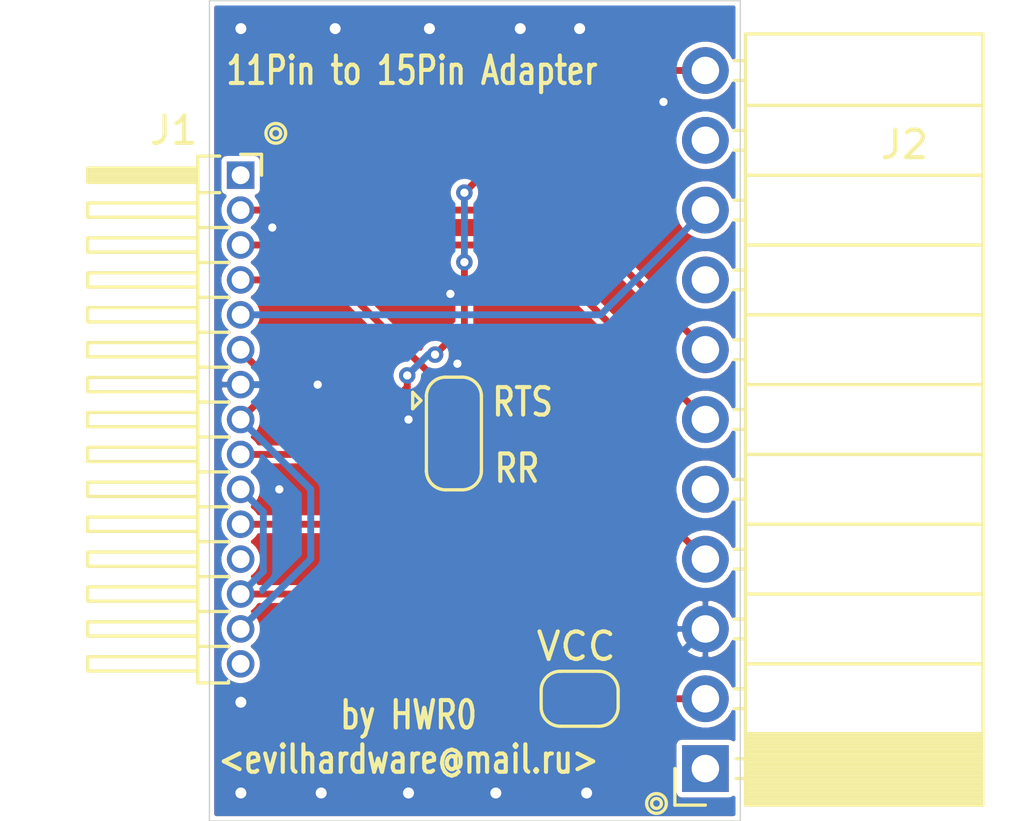
<source format=kicad_pcb>
(kicad_pcb (version 20171130) (host pcbnew "(5.1.6)-1")

  (general
    (thickness 1.6)
    (drawings 13)
    (tracks 67)
    (zones 0)
    (modules 4)
    (nets 12)
  )

  (page A4)
  (layers
    (0 F.Cu signal)
    (31 B.Cu signal)
    (32 B.Adhes user)
    (33 F.Adhes user)
    (34 B.Paste user)
    (35 F.Paste user)
    (36 B.SilkS user)
    (37 F.SilkS user)
    (38 B.Mask user)
    (39 F.Mask user)
    (40 Dwgs.User user)
    (41 Cmts.User user)
    (42 Eco1.User user hide)
    (43 Eco2.User user hide)
    (44 Edge.Cuts user)
    (45 Margin user)
    (46 B.CrtYd user hide)
    (47 F.CrtYd user hide)
    (48 B.Fab user hide)
    (49 F.Fab user hide)
  )

  (setup
    (last_trace_width 0.25)
    (user_trace_width 0.25)
    (user_trace_width 0.4)
    (user_trace_width 0.5)
    (user_trace_width 0.8)
    (trace_clearance 0.2)
    (zone_clearance 0.508)
    (zone_45_only no)
    (trace_min 0.2)
    (via_size 0.8)
    (via_drill 0.4)
    (via_min_size 0.4)
    (via_min_drill 0.3)
    (user_via 0.6 0.3)
    (uvia_size 0.3)
    (uvia_drill 0.1)
    (uvias_allowed no)
    (uvia_min_size 0.2)
    (uvia_min_drill 0.1)
    (edge_width 0.05)
    (segment_width 0.2)
    (pcb_text_width 0.3)
    (pcb_text_size 1.5 1.5)
    (mod_edge_width 0.12)
    (mod_text_size 1 1)
    (mod_text_width 0.15)
    (pad_size 1.524 1.524)
    (pad_drill 0.762)
    (pad_to_mask_clearance 0.051)
    (solder_mask_min_width 0.25)
    (aux_axis_origin 0 0)
    (visible_elements 7FFFFFFF)
    (pcbplotparams
      (layerselection 0x010fc_ffffffff)
      (usegerberextensions false)
      (usegerberattributes false)
      (usegerberadvancedattributes false)
      (creategerberjobfile false)
      (excludeedgelayer true)
      (linewidth 0.100000)
      (plotframeref false)
      (viasonmask false)
      (mode 1)
      (useauxorigin false)
      (hpglpennumber 1)
      (hpglpenspeed 20)
      (hpglpendiameter 15.000000)
      (psnegative false)
      (psa4output false)
      (plotreference true)
      (plotvalue true)
      (plotinvisibletext false)
      (padsonsilk false)
      (subtractmaskfromsilk false)
      (outputformat 1)
      (mirror false)
      (drillshape 0)
      (scaleselection 1)
      (outputdirectory "11to15pinadapter_Gereber/"))
  )

  (net 0 "")
  (net 1 "Net-(J2-Pad2)")
  (net 2 /TXD)
  (net 3 /RXD)
  (net 4 /RTS15)
  (net 5 /CTS)
  (net 6 /Short15)
  (net 7 /GND)
  (net 8 /CI)
  (net 9 /VCC15)
  (net 10 /RR15)
  (net 11 /RTS)

  (net_class Default "This is the default net class."
    (clearance 0.2)
    (trace_width 0.25)
    (via_dia 0.8)
    (via_drill 0.4)
    (uvia_dia 0.3)
    (uvia_drill 0.1)
    (add_net /CI)
    (add_net /CTS)
    (add_net /GND)
    (add_net /RR15)
    (add_net /RTS)
    (add_net /RTS15)
    (add_net /RXD)
    (add_net /Short15)
    (add_net /TXD)
    (add_net /VCC15)
    (add_net "Net-(J2-Pad2)")
  )

  (module hwreverse:PinSocket_1x11_P2.54mm_Horizontal-mirror (layer F.Cu) (tedit 5E104683) (tstamp 5E0EBC1B)
    (at 156.14004 107.06862)
    (descr "Through hole angled socket strip, 1x11, 2.54mm pitch, 8.51mm socket length, single row (from Kicad 4.0.7), script generated")
    (tags "Through hole angled socket strip THT 1x11 2.54mm single row")
    (path /5E65A9C0)
    (fp_text reference J2 (at -4.12 -2.77) (layer F.SilkS)
      (effects (font (size 1 1) (thickness 0.15)))
    )
    (fp_text value 11pin (at -4.12 28.17) (layer F.Fab)
      (effects (font (size 1 1) (thickness 0.15)))
    )
    (fp_line (start -1.33004 21.20138) (end -8.87004 21.20138) (layer F.Fab) (width 0.1))
    (fp_line (start -8.87004 21.20138) (end -9.84004 20.23138) (layer F.Fab) (width 0.1))
    (fp_line (start -9.84004 20.23138) (end -9.84004 -6.73862) (layer F.Fab) (width 0.1))
    (fp_line (start -9.84004 -6.73862) (end -1.33004 -6.73862) (layer F.Fab) (width 0.1))
    (fp_line (start -1.33004 -6.73862) (end -1.33004 21.20138) (layer F.Fab) (width 0.1))
    (fp_line (start -11.36004 20.23138) (end -9.84004 20.23138) (layer F.Fab) (width 0.1))
    (fp_line (start -9.84004 19.63138) (end -11.36004 19.63138) (layer F.Fab) (width 0.1))
    (fp_line (start -11.36004 19.63138) (end -11.36004 20.23138) (layer F.Fab) (width 0.1))
    (fp_line (start -11.36004 17.69138) (end -9.84004 17.69138) (layer F.Fab) (width 0.1))
    (fp_line (start -9.84004 17.09138) (end -11.36004 17.09138) (layer F.Fab) (width 0.1))
    (fp_line (start -11.36004 17.09138) (end -11.36004 17.69138) (layer F.Fab) (width 0.1))
    (fp_line (start -11.36004 15.15138) (end -9.84004 15.15138) (layer F.Fab) (width 0.1))
    (fp_line (start -9.84004 14.55138) (end -11.36004 14.55138) (layer F.Fab) (width 0.1))
    (fp_line (start -11.36004 14.55138) (end -11.36004 15.15138) (layer F.Fab) (width 0.1))
    (fp_line (start -11.36004 12.61138) (end -9.84004 12.61138) (layer F.Fab) (width 0.1))
    (fp_line (start -9.84004 12.01138) (end -11.36004 12.01138) (layer F.Fab) (width 0.1))
    (fp_line (start -11.36004 12.01138) (end -11.36004 12.61138) (layer F.Fab) (width 0.1))
    (fp_line (start -11.36004 10.07138) (end -9.84004 10.07138) (layer F.Fab) (width 0.1))
    (fp_line (start -9.84004 9.47138) (end -11.36004 9.47138) (layer F.Fab) (width 0.1))
    (fp_line (start -11.36004 9.47138) (end -11.36004 10.07138) (layer F.Fab) (width 0.1))
    (fp_line (start -11.36004 7.53138) (end -9.84004 7.53138) (layer F.Fab) (width 0.1))
    (fp_line (start -9.84004 6.93138) (end -11.36004 6.93138) (layer F.Fab) (width 0.1))
    (fp_line (start -11.36004 6.93138) (end -11.36004 7.53138) (layer F.Fab) (width 0.1))
    (fp_line (start -11.36004 4.99138) (end -9.84004 4.99138) (layer F.Fab) (width 0.1))
    (fp_line (start -9.84004 4.39138) (end -11.36004 4.39138) (layer F.Fab) (width 0.1))
    (fp_line (start -11.36004 4.39138) (end -11.36004 4.99138) (layer F.Fab) (width 0.1))
    (fp_line (start -11.36004 2.45138) (end -9.84004 2.45138) (layer F.Fab) (width 0.1))
    (fp_line (start -9.84004 1.85138) (end -11.36004 1.85138) (layer F.Fab) (width 0.1))
    (fp_line (start -11.36004 1.85138) (end -11.36004 2.45138) (layer F.Fab) (width 0.1))
    (fp_line (start -11.36004 -0.08862) (end -9.84004 -0.08862) (layer F.Fab) (width 0.1))
    (fp_line (start -9.84004 -0.68862) (end -11.36004 -0.68862) (layer F.Fab) (width 0.1))
    (fp_line (start -11.36004 -0.68862) (end -11.36004 -0.08862) (layer F.Fab) (width 0.1))
    (fp_line (start -11.36004 -2.62862) (end -9.84004 -2.62862) (layer F.Fab) (width 0.1))
    (fp_line (start -9.84004 -3.22862) (end -11.36004 -3.22862) (layer F.Fab) (width 0.1))
    (fp_line (start -11.36004 -3.22862) (end -11.36004 -2.62862) (layer F.Fab) (width 0.1))
    (fp_line (start -11.36004 -5.16862) (end -9.84004 -5.16862) (layer F.Fab) (width 0.1))
    (fp_line (start -9.84004 -5.76862) (end -11.36004 -5.76862) (layer F.Fab) (width 0.1))
    (fp_line (start -11.36004 -5.76862) (end -11.36004 -5.16862) (layer F.Fab) (width 0.1))
    (fp_line (start -1.27004 21.14138) (end -9.90004 21.14138) (layer F.SilkS) (width 0.12))
    (fp_line (start -1.27004 21.023285) (end -9.90004 21.023285) (layer F.SilkS) (width 0.12))
    (fp_line (start -1.27004 20.90519) (end -9.90004 20.90519) (layer F.SilkS) (width 0.12))
    (fp_line (start -1.27004 20.787095) (end -9.90004 20.787095) (layer F.SilkS) (width 0.12))
    (fp_line (start -1.27004 20.669) (end -9.90004 20.669) (layer F.SilkS) (width 0.12))
    (fp_line (start -1.27004 20.550905) (end -9.90004 20.550905) (layer F.SilkS) (width 0.12))
    (fp_line (start -1.27004 20.43281) (end -9.90004 20.43281) (layer F.SilkS) (width 0.12))
    (fp_line (start -1.27004 20.314715) (end -9.90004 20.314715) (layer F.SilkS) (width 0.12))
    (fp_line (start -1.27004 20.19662) (end -9.90004 20.19662) (layer F.SilkS) (width 0.12))
    (fp_line (start -1.27004 20.078525) (end -9.90004 20.078525) (layer F.SilkS) (width 0.12))
    (fp_line (start -1.27004 19.96043) (end -9.90004 19.96043) (layer F.SilkS) (width 0.12))
    (fp_line (start -1.27004 19.842335) (end -9.90004 19.842335) (layer F.SilkS) (width 0.12))
    (fp_line (start -1.27004 19.72424) (end -9.90004 19.72424) (layer F.SilkS) (width 0.12))
    (fp_line (start -1.27004 19.606145) (end -9.90004 19.606145) (layer F.SilkS) (width 0.12))
    (fp_line (start -1.27004 19.48805) (end -9.90004 19.48805) (layer F.SilkS) (width 0.12))
    (fp_line (start -1.27004 19.369955) (end -9.90004 19.369955) (layer F.SilkS) (width 0.12))
    (fp_line (start -1.27004 19.25186) (end -9.90004 19.25186) (layer F.SilkS) (width 0.12))
    (fp_line (start -1.27004 19.133765) (end -9.90004 19.133765) (layer F.SilkS) (width 0.12))
    (fp_line (start -1.27004 19.01567) (end -9.90004 19.01567) (layer F.SilkS) (width 0.12))
    (fp_line (start -1.27004 18.897575) (end -9.90004 18.897575) (layer F.SilkS) (width 0.12))
    (fp_line (start -1.27004 18.77948) (end -9.90004 18.77948) (layer F.SilkS) (width 0.12))
    (fp_line (start -9.90004 20.29138) (end -10.25004 20.29138) (layer F.SilkS) (width 0.12))
    (fp_line (start -9.90004 19.57138) (end -10.25004 19.57138) (layer F.SilkS) (width 0.12))
    (fp_line (start -9.90004 17.75138) (end -10.31004 17.75138) (layer F.SilkS) (width 0.12))
    (fp_line (start -9.90004 17.03138) (end -10.31004 17.03138) (layer F.SilkS) (width 0.12))
    (fp_line (start -9.90004 15.21138) (end -10.31004 15.21138) (layer F.SilkS) (width 0.12))
    (fp_line (start -9.90004 14.49138) (end -10.31004 14.49138) (layer F.SilkS) (width 0.12))
    (fp_line (start -9.90004 12.67138) (end -10.31004 12.67138) (layer F.SilkS) (width 0.12))
    (fp_line (start -9.90004 11.95138) (end -10.31004 11.95138) (layer F.SilkS) (width 0.12))
    (fp_line (start -9.90004 10.13138) (end -10.31004 10.13138) (layer F.SilkS) (width 0.12))
    (fp_line (start -9.90004 9.41138) (end -10.31004 9.41138) (layer F.SilkS) (width 0.12))
    (fp_line (start -9.90004 7.59138) (end -10.31004 7.59138) (layer F.SilkS) (width 0.12))
    (fp_line (start -9.90004 6.87138) (end -10.31004 6.87138) (layer F.SilkS) (width 0.12))
    (fp_line (start -9.90004 5.05138) (end -10.31004 5.05138) (layer F.SilkS) (width 0.12))
    (fp_line (start -9.90004 4.33138) (end -10.31004 4.33138) (layer F.SilkS) (width 0.12))
    (fp_line (start -9.90004 2.51138) (end -10.31004 2.51138) (layer F.SilkS) (width 0.12))
    (fp_line (start -9.90004 1.79138) (end -10.31004 1.79138) (layer F.SilkS) (width 0.12))
    (fp_line (start -9.90004 -0.02862) (end -10.31004 -0.02862) (layer F.SilkS) (width 0.12))
    (fp_line (start -9.90004 -0.74862) (end -10.31004 -0.74862) (layer F.SilkS) (width 0.12))
    (fp_line (start -9.90004 -2.56862) (end -10.31004 -2.56862) (layer F.SilkS) (width 0.12))
    (fp_line (start -9.90004 -3.28862) (end -10.31004 -3.28862) (layer F.SilkS) (width 0.12))
    (fp_line (start -9.90004 -5.10862) (end -10.31004 -5.10862) (layer F.SilkS) (width 0.12))
    (fp_line (start -9.90004 -5.82862) (end -10.31004 -5.82862) (layer F.SilkS) (width 0.12))
    (fp_line (start -1.27004 18.66138) (end -9.90004 18.66138) (layer F.SilkS) (width 0.12))
    (fp_line (start -1.27004 16.12138) (end -9.90004 16.12138) (layer F.SilkS) (width 0.12))
    (fp_line (start -1.27004 13.58138) (end -9.90004 13.58138) (layer F.SilkS) (width 0.12))
    (fp_line (start -1.27004 11.04138) (end -9.90004 11.04138) (layer F.SilkS) (width 0.12))
    (fp_line (start -1.27004 8.50138) (end -9.90004 8.50138) (layer F.SilkS) (width 0.12))
    (fp_line (start -1.27004 5.96138) (end -9.90004 5.96138) (layer F.SilkS) (width 0.12))
    (fp_line (start -1.27004 3.42138) (end -9.90004 3.42138) (layer F.SilkS) (width 0.12))
    (fp_line (start -1.27004 0.88138) (end -9.90004 0.88138) (layer F.SilkS) (width 0.12))
    (fp_line (start -1.27004 -1.65862) (end -9.90004 -1.65862) (layer F.SilkS) (width 0.12))
    (fp_line (start -1.27004 -4.19862) (end -9.90004 -4.19862) (layer F.SilkS) (width 0.12))
    (fp_line (start -1.27004 21.26138) (end -9.90004 21.26138) (layer F.SilkS) (width 0.12))
    (fp_line (start -9.90004 21.26138) (end -9.90004 -6.79862) (layer F.SilkS) (width 0.12))
    (fp_line (start -1.27004 -6.79862) (end -9.90004 -6.79862) (layer F.SilkS) (width 0.12))
    (fp_line (start -1.27004 21.26138) (end -1.27004 -6.79862) (layer F.SilkS) (width 0.12))
    (fp_line (start -12.47004 21.26138) (end -12.47004 19.93138) (layer F.SilkS) (width 0.12))
    (fp_line (start -11.36004 21.26138) (end -12.47004 21.26138) (layer F.SilkS) (width 0.12))
    (fp_line (start -13.11004 21.73138) (end -0.81004 21.73138) (layer F.CrtYd) (width 0.05))
    (fp_line (start -0.81004 21.73138) (end -0.81004 -7.21862) (layer F.CrtYd) (width 0.05))
    (fp_line (start -0.81004 -7.21862) (end -13.11004 -7.21862) (layer F.CrtYd) (width 0.05))
    (fp_line (start -13.11004 -7.21862) (end -13.11004 21.73138) (layer F.CrtYd) (width 0.05))
    (fp_text user %R (at -2.725 12.7 90) (layer F.Fab)
      (effects (font (size 1 1) (thickness 0.15)))
    )
    (pad 11 thru_hole oval (at -11.36004 -5.46862 180) (size 1.7 1.7) (drill 1) (layers *.Cu *.Mask)
      (net 8 /CI))
    (pad 10 thru_hole oval (at -11.36004 -2.92862 180) (size 1.7 1.7) (drill 1) (layers *.Cu *.Mask))
    (pad 9 thru_hole oval (at -11.36004 -0.38862 180) (size 1.7 1.7) (drill 1) (layers *.Cu *.Mask)
      (net 5 /CTS))
    (pad 8 thru_hole oval (at -11.36004 2.15138 180) (size 1.7 1.7) (drill 1) (layers *.Cu *.Mask))
    (pad 7 thru_hole oval (at -11.36004 4.69138 180) (size 1.7 1.7) (drill 1) (layers *.Cu *.Mask)
      (net 2 /TXD))
    (pad 6 thru_hole oval (at -11.36004 7.23138 180) (size 1.7 1.7) (drill 1) (layers *.Cu *.Mask)
      (net 3 /RXD))
    (pad 5 thru_hole oval (at -11.36004 9.77138 180) (size 1.7 1.7) (drill 1) (layers *.Cu *.Mask))
    (pad 4 thru_hole oval (at -11.36004 12.31138 180) (size 1.7 1.7) (drill 1) (layers *.Cu *.Mask)
      (net 11 /RTS))
    (pad 3 thru_hole oval (at -11.36004 14.85138 180) (size 1.7 1.7) (drill 1) (layers *.Cu *.Mask)
      (net 7 /GND))
    (pad 2 thru_hole oval (at -11.36004 17.39138 180) (size 1.7 1.7) (drill 1) (layers *.Cu *.Mask)
      (net 1 "Net-(J2-Pad2)"))
    (pad 1 thru_hole rect (at -11.36004 19.93138 180) (size 1.7 1.7) (drill 1) (layers *.Cu *.Mask))
    (model ${KISYS3DMOD}/Connector_PinSocket_2.54mm.3dshapes/PinSocket_1x11_P2.54mm_Horizontal.wrl
      (offset (xyz -11.5 -19.9 0))
      (scale (xyz 1 1 1))
      (rotate (xyz 0 0 -180))
    )
  )

  (module Jumper:SolderJumper-2_P1.3mm_Open_RoundedPad1.0x1.5mm (layer F.Cu) (tedit 5B391E66) (tstamp 5E0EBC43)
    (at 140.208 124.46)
    (descr "SMD Solder Jumper, 1x1.5mm, rounded Pads, 0.3mm gap, open")
    (tags "solder jumper open")
    (path /5E673CAB)
    (attr virtual)
    (fp_text reference JP2 (at 0 -1.8) (layer F.SilkS) hide
      (effects (font (size 1 1) (thickness 0.15)))
    )
    (fp_text value "VCC Connect" (at 0 1.9) (layer F.Fab) hide
      (effects (font (size 1 1) (thickness 0.15)))
    )
    (fp_line (start -1.4 0.3) (end -1.4 -0.3) (layer F.SilkS) (width 0.12))
    (fp_line (start 0.7 1) (end -0.7 1) (layer F.SilkS) (width 0.12))
    (fp_line (start 1.4 -0.3) (end 1.4 0.3) (layer F.SilkS) (width 0.12))
    (fp_line (start -0.7 -1) (end 0.7 -1) (layer F.SilkS) (width 0.12))
    (fp_line (start -1.65 -1.25) (end 1.65 -1.25) (layer F.CrtYd) (width 0.05))
    (fp_line (start -1.65 -1.25) (end -1.65 1.25) (layer F.CrtYd) (width 0.05))
    (fp_line (start 1.65 1.25) (end 1.65 -1.25) (layer F.CrtYd) (width 0.05))
    (fp_line (start 1.65 1.25) (end -1.65 1.25) (layer F.CrtYd) (width 0.05))
    (fp_arc (start -0.7 -0.3) (end -0.7 -1) (angle -90) (layer F.SilkS) (width 0.12))
    (fp_arc (start -0.7 0.3) (end -1.4 0.3) (angle -90) (layer F.SilkS) (width 0.12))
    (fp_arc (start 0.7 0.3) (end 0.7 1) (angle -90) (layer F.SilkS) (width 0.12))
    (fp_arc (start 0.7 -0.3) (end 1.4 -0.3) (angle -90) (layer F.SilkS) (width 0.12))
    (pad 2 smd custom (at 0.65 0) (size 1 0.5) (layers F.Cu F.Mask)
      (net 1 "Net-(J2-Pad2)") (zone_connect 2)
      (options (clearance outline) (anchor rect))
      (primitives
        (gr_circle (center 0 0.25) (end 0.5 0.25) (width 0))
        (gr_circle (center 0 -0.25) (end 0.5 -0.25) (width 0))
        (gr_poly (pts
           (xy 0 -0.75) (xy -0.5 -0.75) (xy -0.5 0.75) (xy 0 0.75)) (width 0))
      ))
    (pad 1 smd custom (at -0.65 0) (size 1 0.5) (layers F.Cu F.Mask)
      (net 9 /VCC15) (zone_connect 2)
      (options (clearance outline) (anchor rect))
      (primitives
        (gr_circle (center 0 0.25) (end 0.5 0.25) (width 0))
        (gr_circle (center 0 -0.25) (end 0.5 -0.25) (width 0))
        (gr_poly (pts
           (xy 0 -0.75) (xy 0.5 -0.75) (xy 0.5 0.75) (xy 0 0.75)) (width 0))
      ))
  )

  (module Jumper:SolderJumper-3_P1.3mm_Open_RoundedPad1.0x1.5mm (layer F.Cu) (tedit 5B391EB7) (tstamp 5E0EBC31)
    (at 135.636 114.808 270)
    (descr "SMD Solder 3-pad Jumper, 1x1.5mm rounded Pads, 0.3mm gap, open")
    (tags "solder jumper open")
    (path /5E65E0D0)
    (attr virtual)
    (fp_text reference JP1 (at 0 -1.8 90) (layer F.SilkS) hide
      (effects (font (size 1 1) (thickness 0.15)))
    )
    (fp_text value "E500/1600 Mode" (at 0 1.9 90) (layer F.Fab) hide
      (effects (font (size 1 1) (thickness 0.15)))
    )
    (fp_line (start -1.2 1.2) (end -0.9 1.5) (layer F.SilkS) (width 0.12))
    (fp_line (start -1.5 1.5) (end -0.9 1.5) (layer F.SilkS) (width 0.12))
    (fp_line (start -1.2 1.2) (end -1.5 1.5) (layer F.SilkS) (width 0.12))
    (fp_line (start -2.05 0.3) (end -2.05 -0.3) (layer F.SilkS) (width 0.12))
    (fp_line (start 1.4 1) (end -1.4 1) (layer F.SilkS) (width 0.12))
    (fp_line (start 2.05 -0.3) (end 2.05 0.3) (layer F.SilkS) (width 0.12))
    (fp_line (start -1.4 -1) (end 1.4 -1) (layer F.SilkS) (width 0.12))
    (fp_line (start -2.3 -1.25) (end 2.3 -1.25) (layer F.CrtYd) (width 0.05))
    (fp_line (start -2.3 -1.25) (end -2.3 1.25) (layer F.CrtYd) (width 0.05))
    (fp_line (start 2.3 1.25) (end 2.3 -1.25) (layer F.CrtYd) (width 0.05))
    (fp_line (start 2.3 1.25) (end -2.3 1.25) (layer F.CrtYd) (width 0.05))
    (fp_arc (start -1.35 -0.3) (end -1.35 -1) (angle -90) (layer F.SilkS) (width 0.12))
    (fp_arc (start -1.35 0.3) (end -2.05 0.3) (angle -90) (layer F.SilkS) (width 0.12))
    (fp_arc (start 1.35 0.3) (end 1.35 1) (angle -90) (layer F.SilkS) (width 0.12))
    (fp_arc (start 1.35 -0.3) (end 2.05 -0.3) (angle -90) (layer F.SilkS) (width 0.12))
    (pad 2 smd rect (at 0 0 270) (size 1 1.5) (layers F.Cu F.Mask)
      (net 11 /RTS))
    (pad 3 smd custom (at 1.3 0 270) (size 1 0.5) (layers F.Cu F.Mask)
      (net 10 /RR15) (zone_connect 2)
      (options (clearance outline) (anchor rect))
      (primitives
        (gr_circle (center 0 0.25) (end 0.5 0.25) (width 0))
        (gr_circle (center 0 -0.25) (end 0.5 -0.25) (width 0))
        (gr_poly (pts
           (xy -0.55 -0.75) (xy 0 -0.75) (xy 0 0.75) (xy -0.55 0.75)) (width 0))
      ))
    (pad 1 smd custom (at -1.3 0 270) (size 1 0.5) (layers F.Cu F.Mask)
      (net 4 /RTS15) (zone_connect 2)
      (options (clearance outline) (anchor rect))
      (primitives
        (gr_circle (center 0 0.25) (end 0.5 0.25) (width 0))
        (gr_circle (center 0 -0.25) (end 0.5 -0.25) (width 0))
        (gr_poly (pts
           (xy 0.55 -0.75) (xy 0 -0.75) (xy 0 0.75) (xy 0.55 0.75)) (width 0))
      ))
  )

  (module hwreverse:PinHeader_1x15_P1.27mm_Horizontal_mirror (layer F.Cu) (tedit 5E0D361D) (tstamp 5E0EBBA6)
    (at 119.38 105.41)
    (descr "Through hole angled pin header, 1x15, 1.27mm pitch, 4.0mm pin length, single row")
    (tags "Through hole angled pin header THT 1x15 1.27mm single row")
    (path /5E66062A)
    (fp_text reference J1 (at 6.0675 -1.635) (layer F.SilkS)
      (effects (font (size 1 1) (thickness 0.15)))
    )
    (fp_text value 15pin (at 6.0675 19.415) (layer F.Fab)
      (effects (font (size 1 1) (thickness 0.15)))
    )
    (fp_line (start 2.5 -1.15) (end 9.65 -1.15) (layer F.CrtYd) (width 0.05))
    (fp_line (start 2.5 18.95) (end 2.5 -1.15) (layer F.CrtYd) (width 0.05))
    (fp_line (start 9.65 18.95) (end 2.5 18.95) (layer F.CrtYd) (width 0.05))
    (fp_line (start 9.65 -1.15) (end 9.65 18.95) (layer F.CrtYd) (width 0.05))
    (fp_line (start 9.26 -0.76) (end 8.5 -0.76) (layer F.SilkS) (width 0.12))
    (fp_line (start 9.26 0) (end 9.26 -0.76) (layer F.SilkS) (width 0.12))
    (fp_line (start 2.94 18.04) (end 6.94 18.04) (layer F.SilkS) (width 0.12))
    (fp_line (start 2.94 17.52) (end 2.94 18.04) (layer F.SilkS) (width 0.12))
    (fp_line (start 6.94 17.52) (end 2.94 17.52) (layer F.SilkS) (width 0.12))
    (fp_line (start 8.06 17.129677) (end 8.06 17.160323) (layer F.SilkS) (width 0.12))
    (fp_line (start 8.06 17.145) (end 6.94 17.145) (layer F.SilkS) (width 0.12))
    (fp_line (start 2.94 16.77) (end 6.94 16.77) (layer F.SilkS) (width 0.12))
    (fp_line (start 2.94 16.25) (end 2.94 16.77) (layer F.SilkS) (width 0.12))
    (fp_line (start 6.94 16.25) (end 2.94 16.25) (layer F.SilkS) (width 0.12))
    (fp_line (start 8.06 15.859677) (end 8.06 15.890323) (layer F.SilkS) (width 0.12))
    (fp_line (start 8.06 15.875) (end 6.94 15.875) (layer F.SilkS) (width 0.12))
    (fp_line (start 2.94 15.5) (end 6.94 15.5) (layer F.SilkS) (width 0.12))
    (fp_line (start 2.94 14.98) (end 2.94 15.5) (layer F.SilkS) (width 0.12))
    (fp_line (start 6.94 14.98) (end 2.94 14.98) (layer F.SilkS) (width 0.12))
    (fp_line (start 8.06 14.589677) (end 8.06 14.620323) (layer F.SilkS) (width 0.12))
    (fp_line (start 8.06 14.605) (end 6.94 14.605) (layer F.SilkS) (width 0.12))
    (fp_line (start 2.94 14.23) (end 6.94 14.23) (layer F.SilkS) (width 0.12))
    (fp_line (start 2.94 13.71) (end 2.94 14.23) (layer F.SilkS) (width 0.12))
    (fp_line (start 6.94 13.71) (end 2.94 13.71) (layer F.SilkS) (width 0.12))
    (fp_line (start 8.06 13.319677) (end 8.06 13.350323) (layer F.SilkS) (width 0.12))
    (fp_line (start 8.06 13.335) (end 6.94 13.335) (layer F.SilkS) (width 0.12))
    (fp_line (start 2.94 12.96) (end 6.94 12.96) (layer F.SilkS) (width 0.12))
    (fp_line (start 2.94 12.44) (end 2.94 12.96) (layer F.SilkS) (width 0.12))
    (fp_line (start 6.94 12.44) (end 2.94 12.44) (layer F.SilkS) (width 0.12))
    (fp_line (start 8.06 12.049677) (end 8.06 12.080323) (layer F.SilkS) (width 0.12))
    (fp_line (start 8.06 12.065) (end 6.94 12.065) (layer F.SilkS) (width 0.12))
    (fp_line (start 2.94 11.69) (end 6.94 11.69) (layer F.SilkS) (width 0.12))
    (fp_line (start 2.94 11.17) (end 2.94 11.69) (layer F.SilkS) (width 0.12))
    (fp_line (start 6.94 11.17) (end 2.94 11.17) (layer F.SilkS) (width 0.12))
    (fp_line (start 8.06 10.779677) (end 8.06 10.810323) (layer F.SilkS) (width 0.12))
    (fp_line (start 8.06 10.795) (end 6.94 10.795) (layer F.SilkS) (width 0.12))
    (fp_line (start 2.94 10.42) (end 6.94 10.42) (layer F.SilkS) (width 0.12))
    (fp_line (start 2.94 9.9) (end 2.94 10.42) (layer F.SilkS) (width 0.12))
    (fp_line (start 6.94 9.9) (end 2.94 9.9) (layer F.SilkS) (width 0.12))
    (fp_line (start 8.06 9.509677) (end 8.06 9.540323) (layer F.SilkS) (width 0.12))
    (fp_line (start 8.06 9.525) (end 6.94 9.525) (layer F.SilkS) (width 0.12))
    (fp_line (start 2.94 9.15) (end 6.94 9.15) (layer F.SilkS) (width 0.12))
    (fp_line (start 2.94 8.63) (end 2.94 9.15) (layer F.SilkS) (width 0.12))
    (fp_line (start 6.94 8.63) (end 2.94 8.63) (layer F.SilkS) (width 0.12))
    (fp_line (start 8.06 8.239677) (end 8.06 8.270323) (layer F.SilkS) (width 0.12))
    (fp_line (start 8.06 8.255) (end 6.94 8.255) (layer F.SilkS) (width 0.12))
    (fp_line (start 2.94 7.88) (end 6.94 7.88) (layer F.SilkS) (width 0.12))
    (fp_line (start 2.94 7.36) (end 2.94 7.88) (layer F.SilkS) (width 0.12))
    (fp_line (start 6.94 7.36) (end 2.94 7.36) (layer F.SilkS) (width 0.12))
    (fp_line (start 8.06 6.969677) (end 8.06 7.000323) (layer F.SilkS) (width 0.12))
    (fp_line (start 8.06 6.985) (end 6.94 6.985) (layer F.SilkS) (width 0.12))
    (fp_line (start 2.94 6.61) (end 6.94 6.61) (layer F.SilkS) (width 0.12))
    (fp_line (start 2.94 6.09) (end 2.94 6.61) (layer F.SilkS) (width 0.12))
    (fp_line (start 6.94 6.09) (end 2.94 6.09) (layer F.SilkS) (width 0.12))
    (fp_line (start 8.06 5.699677) (end 8.06 5.730323) (layer F.SilkS) (width 0.12))
    (fp_line (start 8.06 5.715) (end 6.94 5.715) (layer F.SilkS) (width 0.12))
    (fp_line (start 2.94 5.34) (end 6.94 5.34) (layer F.SilkS) (width 0.12))
    (fp_line (start 2.94 4.82) (end 2.94 5.34) (layer F.SilkS) (width 0.12))
    (fp_line (start 6.94 4.82) (end 2.94 4.82) (layer F.SilkS) (width 0.12))
    (fp_line (start 8.06 4.429677) (end 8.06 4.460323) (layer F.SilkS) (width 0.12))
    (fp_line (start 8.06 4.445) (end 6.94 4.445) (layer F.SilkS) (width 0.12))
    (fp_line (start 2.94 4.07) (end 6.94 4.07) (layer F.SilkS) (width 0.12))
    (fp_line (start 2.94 3.55) (end 2.94 4.07) (layer F.SilkS) (width 0.12))
    (fp_line (start 6.94 3.55) (end 2.94 3.55) (layer F.SilkS) (width 0.12))
    (fp_line (start 8.06 3.159677) (end 8.06 3.190323) (layer F.SilkS) (width 0.12))
    (fp_line (start 8.06 3.175) (end 6.94 3.175) (layer F.SilkS) (width 0.12))
    (fp_line (start 2.94 2.8) (end 6.94 2.8) (layer F.SilkS) (width 0.12))
    (fp_line (start 2.94 2.28) (end 2.94 2.8) (layer F.SilkS) (width 0.12))
    (fp_line (start 6.94 2.28) (end 2.94 2.28) (layer F.SilkS) (width 0.12))
    (fp_line (start 8.06 1.889677) (end 8.06 1.920323) (layer F.SilkS) (width 0.12))
    (fp_line (start 8.06 1.905) (end 6.94 1.905) (layer F.SilkS) (width 0.12))
    (fp_line (start 2.94 1.53) (end 6.94 1.53) (layer F.SilkS) (width 0.12))
    (fp_line (start 2.94 1.01) (end 2.94 1.53) (layer F.SilkS) (width 0.12))
    (fp_line (start 6.94 1.01) (end 2.94 1.01) (layer F.SilkS) (width 0.12))
    (fp_line (start 7.74 0.635) (end 6.94 0.635) (layer F.SilkS) (width 0.12))
    (fp_line (start 6.94 0.16) (end 2.94 0.16) (layer F.SilkS) (width 0.12))
    (fp_line (start 6.94 0.04) (end 2.94 0.04) (layer F.SilkS) (width 0.12))
    (fp_line (start 6.94 -0.08) (end 2.94 -0.08) (layer F.SilkS) (width 0.12))
    (fp_line (start 6.94 -0.2) (end 2.94 -0.2) (layer F.SilkS) (width 0.12))
    (fp_line (start 2.94 0.26) (end 6.94 0.26) (layer F.SilkS) (width 0.12))
    (fp_line (start 2.94 -0.26) (end 2.94 0.26) (layer F.SilkS) (width 0.12))
    (fp_line (start 6.94 -0.26) (end 2.94 -0.26) (layer F.SilkS) (width 0.12))
    (fp_line (start 8.06 18.475) (end 8.06 18.399677) (layer F.SilkS) (width 0.12))
    (fp_line (start 6.94 18.475) (end 8.06 18.475) (layer F.SilkS) (width 0.12))
    (fp_line (start 6.94 -0.695) (end 6.94 18.475) (layer F.SilkS) (width 0.12))
    (fp_line (start 7.74 -0.695) (end 6.94 -0.695) (layer F.SilkS) (width 0.12))
    (fp_line (start 7 17.98) (end 3 17.98) (layer F.Fab) (width 0.1))
    (fp_line (start 3 17.58) (end 3 17.98) (layer F.Fab) (width 0.1))
    (fp_line (start 7 17.58) (end 3 17.58) (layer F.Fab) (width 0.1))
    (fp_line (start 8.7 17.98) (end 8 17.98) (layer F.Fab) (width 0.1))
    (fp_line (start 8.7 17.58) (end 8.7 17.98) (layer F.Fab) (width 0.1))
    (fp_line (start 8.7 17.58) (end 8 17.58) (layer F.Fab) (width 0.1))
    (fp_line (start 7 16.71) (end 3 16.71) (layer F.Fab) (width 0.1))
    (fp_line (start 3 16.31) (end 3 16.71) (layer F.Fab) (width 0.1))
    (fp_line (start 7 16.31) (end 3 16.31) (layer F.Fab) (width 0.1))
    (fp_line (start 8.7 16.71) (end 8 16.71) (layer F.Fab) (width 0.1))
    (fp_line (start 8.7 16.31) (end 8.7 16.71) (layer F.Fab) (width 0.1))
    (fp_line (start 8.7 16.31) (end 8 16.31) (layer F.Fab) (width 0.1))
    (fp_line (start 7 15.44) (end 3 15.44) (layer F.Fab) (width 0.1))
    (fp_line (start 3 15.04) (end 3 15.44) (layer F.Fab) (width 0.1))
    (fp_line (start 7 15.04) (end 3 15.04) (layer F.Fab) (width 0.1))
    (fp_line (start 8.7 15.44) (end 8 15.44) (layer F.Fab) (width 0.1))
    (fp_line (start 8.7 15.04) (end 8.7 15.44) (layer F.Fab) (width 0.1))
    (fp_line (start 8.7 15.04) (end 8 15.04) (layer F.Fab) (width 0.1))
    (fp_line (start 7 14.17) (end 3 14.17) (layer F.Fab) (width 0.1))
    (fp_line (start 3 13.77) (end 3 14.17) (layer F.Fab) (width 0.1))
    (fp_line (start 7 13.77) (end 3 13.77) (layer F.Fab) (width 0.1))
    (fp_line (start 8.7 14.17) (end 8 14.17) (layer F.Fab) (width 0.1))
    (fp_line (start 8.7 13.77) (end 8.7 14.17) (layer F.Fab) (width 0.1))
    (fp_line (start 8.7 13.77) (end 8 13.77) (layer F.Fab) (width 0.1))
    (fp_line (start 7 12.9) (end 3 12.9) (layer F.Fab) (width 0.1))
    (fp_line (start 3 12.5) (end 3 12.9) (layer F.Fab) (width 0.1))
    (fp_line (start 7 12.5) (end 3 12.5) (layer F.Fab) (width 0.1))
    (fp_line (start 8.7 12.9) (end 8 12.9) (layer F.Fab) (width 0.1))
    (fp_line (start 8.7 12.5) (end 8.7 12.9) (layer F.Fab) (width 0.1))
    (fp_line (start 8.7 12.5) (end 8 12.5) (layer F.Fab) (width 0.1))
    (fp_line (start 7 11.63) (end 3 11.63) (layer F.Fab) (width 0.1))
    (fp_line (start 3 11.23) (end 3 11.63) (layer F.Fab) (width 0.1))
    (fp_line (start 7 11.23) (end 3 11.23) (layer F.Fab) (width 0.1))
    (fp_line (start 8.7 11.63) (end 8 11.63) (layer F.Fab) (width 0.1))
    (fp_line (start 8.7 11.23) (end 8.7 11.63) (layer F.Fab) (width 0.1))
    (fp_line (start 8.7 11.23) (end 8 11.23) (layer F.Fab) (width 0.1))
    (fp_line (start 7 10.36) (end 3 10.36) (layer F.Fab) (width 0.1))
    (fp_line (start 3 9.96) (end 3 10.36) (layer F.Fab) (width 0.1))
    (fp_line (start 7 9.96) (end 3 9.96) (layer F.Fab) (width 0.1))
    (fp_line (start 8.7 10.36) (end 8 10.36) (layer F.Fab) (width 0.1))
    (fp_line (start 8.7 9.96) (end 8.7 10.36) (layer F.Fab) (width 0.1))
    (fp_line (start 8.7 9.96) (end 8 9.96) (layer F.Fab) (width 0.1))
    (fp_line (start 7 9.09) (end 3 9.09) (layer F.Fab) (width 0.1))
    (fp_line (start 3 8.69) (end 3 9.09) (layer F.Fab) (width 0.1))
    (fp_line (start 7 8.69) (end 3 8.69) (layer F.Fab) (width 0.1))
    (fp_line (start 8.7 9.09) (end 8 9.09) (layer F.Fab) (width 0.1))
    (fp_line (start 8.7 8.69) (end 8.7 9.09) (layer F.Fab) (width 0.1))
    (fp_line (start 8.7 8.69) (end 8 8.69) (layer F.Fab) (width 0.1))
    (fp_line (start 7 7.82) (end 3 7.82) (layer F.Fab) (width 0.1))
    (fp_line (start 3 7.42) (end 3 7.82) (layer F.Fab) (width 0.1))
    (fp_line (start 7 7.42) (end 3 7.42) (layer F.Fab) (width 0.1))
    (fp_line (start 8.7 7.82) (end 8 7.82) (layer F.Fab) (width 0.1))
    (fp_line (start 8.7 7.42) (end 8.7 7.82) (layer F.Fab) (width 0.1))
    (fp_line (start 8.7 7.42) (end 8 7.42) (layer F.Fab) (width 0.1))
    (fp_line (start 7 6.55) (end 3 6.55) (layer F.Fab) (width 0.1))
    (fp_line (start 3 6.15) (end 3 6.55) (layer F.Fab) (width 0.1))
    (fp_line (start 7 6.15) (end 3 6.15) (layer F.Fab) (width 0.1))
    (fp_line (start 8.7 6.55) (end 8 6.55) (layer F.Fab) (width 0.1))
    (fp_line (start 8.7 6.15) (end 8.7 6.55) (layer F.Fab) (width 0.1))
    (fp_line (start 8.7 6.15) (end 8 6.15) (layer F.Fab) (width 0.1))
    (fp_line (start 7 5.28) (end 3 5.28) (layer F.Fab) (width 0.1))
    (fp_line (start 3 4.88) (end 3 5.28) (layer F.Fab) (width 0.1))
    (fp_line (start 7 4.88) (end 3 4.88) (layer F.Fab) (width 0.1))
    (fp_line (start 8.7 5.28) (end 8 5.28) (layer F.Fab) (width 0.1))
    (fp_line (start 8.7 4.88) (end 8.7 5.28) (layer F.Fab) (width 0.1))
    (fp_line (start 8.7 4.88) (end 8 4.88) (layer F.Fab) (width 0.1))
    (fp_line (start 7 4.01) (end 3 4.01) (layer F.Fab) (width 0.1))
    (fp_line (start 3 3.61) (end 3 4.01) (layer F.Fab) (width 0.1))
    (fp_line (start 7 3.61) (end 3 3.61) (layer F.Fab) (width 0.1))
    (fp_line (start 8.7 4.01) (end 8 4.01) (layer F.Fab) (width 0.1))
    (fp_line (start 8.7 3.61) (end 8.7 4.01) (layer F.Fab) (width 0.1))
    (fp_line (start 8.7 3.61) (end 8 3.61) (layer F.Fab) (width 0.1))
    (fp_line (start 7 2.74) (end 3 2.74) (layer F.Fab) (width 0.1))
    (fp_line (start 3 2.34) (end 3 2.74) (layer F.Fab) (width 0.1))
    (fp_line (start 7 2.34) (end 3 2.34) (layer F.Fab) (width 0.1))
    (fp_line (start 8.7 2.74) (end 8 2.74) (layer F.Fab) (width 0.1))
    (fp_line (start 8.7 2.34) (end 8.7 2.74) (layer F.Fab) (width 0.1))
    (fp_line (start 8.7 2.34) (end 8 2.34) (layer F.Fab) (width 0.1))
    (fp_line (start 7 1.47) (end 3 1.47) (layer F.Fab) (width 0.1))
    (fp_line (start 3 1.07) (end 3 1.47) (layer F.Fab) (width 0.1))
    (fp_line (start 7 1.07) (end 3 1.07) (layer F.Fab) (width 0.1))
    (fp_line (start 8.7 1.47) (end 8 1.47) (layer F.Fab) (width 0.1))
    (fp_line (start 8.7 1.07) (end 8.7 1.47) (layer F.Fab) (width 0.1))
    (fp_line (start 8.7 1.07) (end 8 1.07) (layer F.Fab) (width 0.1))
    (fp_line (start 7 0.2) (end 3 0.2) (layer F.Fab) (width 0.1))
    (fp_line (start 3 -0.2) (end 3 0.2) (layer F.Fab) (width 0.1))
    (fp_line (start 7 -0.2) (end 3 -0.2) (layer F.Fab) (width 0.1))
    (fp_line (start 8.7 0.2) (end 8 0.2) (layer F.Fab) (width 0.1))
    (fp_line (start 8.7 -0.2) (end 8.7 0.2) (layer F.Fab) (width 0.1))
    (fp_line (start 8.7 -0.2) (end 8 -0.2) (layer F.Fab) (width 0.1))
    (fp_line (start 8 -0.385) (end 7.75 -0.635) (layer F.Fab) (width 0.1))
    (fp_line (start 8 18.415) (end 8 -0.385) (layer F.Fab) (width 0.1))
    (fp_line (start 7 18.415) (end 8 18.415) (layer F.Fab) (width 0.1))
    (fp_line (start 7 -0.635) (end 7 18.415) (layer F.Fab) (width 0.1))
    (fp_line (start 7.75 -0.635) (end 7 -0.635) (layer F.Fab) (width 0.1))
    (fp_text user %R (at 7.5 8.89 90) (layer F.Fab)
      (effects (font (size 0.6 0.6) (thickness 0.09)))
    )
    (pad 1 thru_hole rect (at 8.5 0) (size 1 1) (drill 0.65) (layers *.Cu *.Mask))
    (pad 2 thru_hole oval (at 8.5 1.27) (size 1 1) (drill 0.65) (layers *.Cu *.Mask)
      (net 2 /TXD))
    (pad 3 thru_hole oval (at 8.5 2.54) (size 1 1) (drill 0.65) (layers *.Cu *.Mask)
      (net 3 /RXD))
    (pad 4 thru_hole oval (at 8.5 3.81) (size 1 1) (drill 0.65) (layers *.Cu *.Mask)
      (net 4 /RTS15))
    (pad 5 thru_hole oval (at 8.5 5.08) (size 1 1) (drill 0.65) (layers *.Cu *.Mask)
      (net 5 /CTS))
    (pad 6 thru_hole oval (at 8.5 6.35) (size 1 1) (drill 0.65) (layers *.Cu *.Mask)
      (net 6 /Short15))
    (pad 7 thru_hole oval (at 8.5 7.62) (size 1 1) (drill 0.65) (layers *.Cu *.Mask)
      (net 7 /GND))
    (pad 8 thru_hole oval (at 8.5 8.89) (size 1 1) (drill 0.65) (layers *.Cu *.Mask)
      (net 6 /Short15))
    (pad 9 thru_hole oval (at 8.5 10.16) (size 1 1) (drill 0.65) (layers *.Cu *.Mask)
      (net 8 /CI))
    (pad 10 thru_hole oval (at 8.5 11.43) (size 1 1) (drill 0.65) (layers *.Cu *.Mask)
      (net 9 /VCC15))
    (pad 11 thru_hole oval (at 8.5 12.7) (size 1 1) (drill 0.65) (layers *.Cu *.Mask)
      (net 10 /RR15))
    (pad 12 thru_hole oval (at 8.5 13.97) (size 1 1) (drill 0.65) (layers *.Cu *.Mask))
    (pad 13 thru_hole oval (at 8.5 15.24) (size 1 1) (drill 0.65) (layers *.Cu *.Mask)
      (net 9 /VCC15))
    (pad 14 thru_hole oval (at 8.5 16.51) (size 1 1) (drill 0.65) (layers *.Cu *.Mask)
      (net 6 /Short15))
    (pad 15 thru_hole oval (at 8.5 17.78) (size 1 1) (drill 0.65) (layers *.Cu *.Mask))
    (model ${KISYS3DMOD}/Connector_PinHeader_1.27mm.3dshapes/PinHeader_1x15_P1.27mm_Horizontal.wrl
      (offset (xyz 8.5 -17.8 0))
      (scale (xyz 1 1 1))
      (rotate (xyz 0 0 -180))
    )
  )

  (gr_circle (center 129.159 103.886) (end 129.413 104.14) (layer F.SilkS) (width 0.12))
  (gr_circle (center 129.159 103.886) (end 129.286 104.013) (layer F.SilkS) (width 0.12))
  (gr_circle (center 143.002 128.27) (end 143.256 128.524) (layer F.SilkS) (width 0.12))
  (gr_circle (center 143.002 128.27) (end 143.129 128.397) (layer F.SilkS) (width 0.12))
  (gr_text "by HWR0\n<evilhardware@mail.ru>" (at 133.985 125.857) (layer F.SilkS)
    (effects (font (size 1 0.75) (thickness 0.15)))
  )
  (gr_text "11Pin to 15Pin Adapter" (at 134.112 101.6) (layer F.SilkS)
    (effects (font (size 1 0.75) (thickness 0.15)))
  )
  (gr_line (start 126.746 99.06) (end 146.05 99.06) (layer Edge.Cuts) (width 0.05) (tstamp 5E0ED306))
  (gr_line (start 126.746 128.905) (end 126.746 99.06) (layer Edge.Cuts) (width 0.05))
  (gr_line (start 146.05 128.905) (end 126.746 128.905) (layer Edge.Cuts) (width 0.05))
  (gr_line (start 146.05 99.06) (end 146.05 128.905) (layer Edge.Cuts) (width 0.05))
  (gr_text VCC (at 140.081 122.555) (layer F.SilkS)
    (effects (font (size 1 1) (thickness 0.15)))
  )
  (gr_text RR (at 137.033 116.078) (layer F.SilkS)
    (effects (font (size 1 0.8) (thickness 0.15)) (justify left))
  )
  (gr_text RTS (at 139.319 113.665) (layer F.SilkS)
    (effects (font (size 1 0.8) (thickness 0.15)) (justify right))
  )

  (segment (start 140.858 124.46) (end 144.78 124.46) (width 0.25) (layer F.Cu) (net 1))
  (segment (start 139.7 106.68) (end 144.78 111.76) (width 0.25) (layer F.Cu) (net 2))
  (segment (start 127.88 106.68) (end 139.7 106.68) (width 0.25) (layer F.Cu) (net 2))
  (segment (start 138.43 107.95) (end 144.78 114.3) (width 0.25) (layer F.Cu) (net 3))
  (segment (start 127.88 107.95) (end 138.43 107.95) (width 0.25) (layer F.Cu) (net 3))
  (segment (start 131.348 109.22) (end 135.636 113.508) (width 0.25) (layer F.Cu) (net 4))
  (segment (start 127.88 109.22) (end 131.348 109.22) (width 0.25) (layer F.Cu) (net 4))
  (segment (start 140.97 110.49) (end 144.78 106.68) (width 0.25) (layer B.Cu) (net 5))
  (segment (start 127.88 110.49) (end 140.97 110.49) (width 0.25) (layer B.Cu) (net 5))
  (segment (start 128.705001 113.474999) (end 128.379999 113.800001) (width 0.25) (layer F.Cu) (net 6))
  (segment (start 128.705001 112.633999) (end 128.705001 113.474999) (width 0.25) (layer F.Cu) (net 6))
  (segment (start 128.379999 113.800001) (end 127.88 114.3) (width 0.25) (layer F.Cu) (net 6))
  (segment (start 127.88 111.808998) (end 128.705001 112.633999) (width 0.25) (layer F.Cu) (net 6))
  (segment (start 127.88 111.76) (end 127.88 111.808998) (width 0.25) (layer F.Cu) (net 6))
  (segment (start 128.379999 114.799999) (end 128.388999 114.799999) (width 0.25) (layer B.Cu) (net 6))
  (segment (start 127.88 114.3) (end 128.379999 114.799999) (width 0.25) (layer B.Cu) (net 6))
  (segment (start 128.388999 114.799999) (end 130.429 116.84) (width 0.25) (layer B.Cu) (net 6))
  (segment (start 130.429 119.371) (end 127.88 121.92) (width 0.25) (layer B.Cu) (net 6))
  (segment (start 130.429 116.84) (end 130.429 119.371) (width 0.25) (layer B.Cu) (net 6))
  (via (at 127.889 100.076) (size 0.8) (drill 0.4) (layers F.Cu B.Cu) (net 7))
  (via (at 140.208 100.076) (size 0.8) (drill 0.4) (layers F.Cu B.Cu) (net 7))
  (via (at 127.889 124.587) (size 0.8) (drill 0.4) (layers F.Cu B.Cu) (net 7))
  (via (at 127.889 127.889) (size 0.8) (drill 0.4) (layers F.Cu B.Cu) (net 7))
  (via (at 130.81 127.889) (size 0.8) (drill 0.4) (layers F.Cu B.Cu) (net 7))
  (via (at 133.985 127.889) (size 0.8) (drill 0.4) (layers F.Cu B.Cu) (net 7))
  (via (at 137.16 127.889) (size 0.8) (drill 0.4) (layers F.Cu B.Cu) (net 7))
  (via (at 140.462 127.889) (size 0.8) (drill 0.4) (layers F.Cu B.Cu) (net 7))
  (via (at 131.318 100.076) (size 0.8) (drill 0.4) (layers F.Cu B.Cu) (net 7))
  (via (at 134.747 100.076) (size 0.8) (drill 0.4) (layers F.Cu B.Cu) (net 7))
  (via (at 138.049 100.076) (size 0.8) (drill 0.4) (layers F.Cu B.Cu) (net 7))
  (segment (start 144.78 121.92) (end 142.748 123.952) (width 0.25) (layer B.Cu) (net 7))
  (segment (start 142.748 125.603) (end 140.462 127.889) (width 0.25) (layer B.Cu) (net 7))
  (segment (start 142.748 123.952) (end 142.748 125.603) (width 0.25) (layer B.Cu) (net 7))
  (via (at 130.683 113.03) (size 0.6) (drill 0.3) (layers F.Cu B.Cu) (net 7))
  (segment (start 127.88 113.03) (end 130.683 113.03) (width 0.25) (layer B.Cu) (net 7))
  (via (at 143.256 102.743) (size 0.6) (drill 0.3) (layers F.Cu B.Cu) (net 7))
  (via (at 129.032 107.315) (size 0.6) (drill 0.3) (layers F.Cu B.Cu) (net 7))
  (via (at 135.509 109.728) (size 0.6) (drill 0.3) (layers F.Cu B.Cu) (net 7))
  (via (at 135.763 112.268) (size 0.6) (drill 0.3) (layers F.Cu B.Cu) (net 7))
  (via (at 133.985 114.3) (size 0.6) (drill 0.3) (layers F.Cu B.Cu) (net 7))
  (via (at 129.286 116.84) (size 0.6) (drill 0.3) (layers F.Cu B.Cu) (net 7))
  (via (at 136.017 106.045) (size 0.6) (drill 0.3) (layers F.Cu B.Cu) (net 8))
  (segment (start 144.78 101.6) (end 140.462 101.6) (width 0.25) (layer F.Cu) (net 8))
  (segment (start 140.462 101.6) (end 136.017 106.045) (width 0.25) (layer F.Cu) (net 8))
  (via (at 136.017 108.575) (size 0.6) (drill 0.3) (layers F.Cu B.Cu) (net 8))
  (segment (start 136.017 106.045) (end 136.017 108.575) (width 0.25) (layer B.Cu) (net 8))
  (segment (start 136.017 108.575) (end 136.017 110.871) (width 0.25) (layer F.Cu) (net 8))
  (via (at 134.949942 111.938058) (size 0.6) (drill 0.3) (layers F.Cu B.Cu) (net 8))
  (segment (start 136.017 110.871) (end 134.949942 111.938058) (width 0.25) (layer F.Cu) (net 8))
  (via (at 133.939058 112.694942) (size 0.6) (drill 0.3) (layers F.Cu B.Cu) (net 8))
  (segment (start 134.949942 111.938058) (end 134.695942 111.938058) (width 0.25) (layer B.Cu) (net 8))
  (segment (start 134.695942 111.938058) (end 133.939058 112.694942) (width 0.25) (layer B.Cu) (net 8))
  (segment (start 131.488264 115.57) (end 128.587106 115.57) (width 0.25) (layer F.Cu) (net 8))
  (segment (start 133.939058 113.119206) (end 131.488264 115.57) (width 0.25) (layer F.Cu) (net 8))
  (segment (start 128.587106 115.57) (end 127.88 115.57) (width 0.25) (layer F.Cu) (net 8))
  (segment (start 133.939058 112.694942) (end 133.939058 113.119206) (width 0.25) (layer F.Cu) (net 8))
  (segment (start 127.88 120.65) (end 132.334 120.65) (width 0.25) (layer F.Cu) (net 9))
  (segment (start 136.144 124.46) (end 139.558 124.46) (width 0.25) (layer F.Cu) (net 9))
  (segment (start 132.334 120.65) (end 136.144 124.46) (width 0.25) (layer F.Cu) (net 9))
  (segment (start 128.379999 120.150001) (end 127.88 120.65) (width 0.25) (layer B.Cu) (net 9))
  (segment (start 128.705001 119.824999) (end 128.379999 120.150001) (width 0.25) (layer B.Cu) (net 9))
  (segment (start 128.705001 117.665001) (end 128.705001 119.824999) (width 0.25) (layer B.Cu) (net 9))
  (segment (start 127.88 116.84) (end 128.705001 117.665001) (width 0.25) (layer B.Cu) (net 9))
  (segment (start 133.634 118.11) (end 135.636 116.108) (width 0.25) (layer F.Cu) (net 10))
  (segment (start 127.88 118.11) (end 133.634 118.11) (width 0.25) (layer F.Cu) (net 10))
  (segment (start 140.208 114.808) (end 144.78 119.38) (width 0.25) (layer F.Cu) (net 11))
  (segment (start 135.636 114.808) (end 140.208 114.808) (width 0.25) (layer F.Cu) (net 11))

  (zone (net 7) (net_name /GND) (layer B.Cu) (tstamp 5F3160A5) (hatch edge 0.508)
    (connect_pads (clearance 0.15))
    (min_thickness 0.15)
    (fill yes (arc_segments 32) (thermal_gap 0.2) (thermal_bridge_width 0.2))
    (polygon
      (pts
        (xy 146.05 128.905) (xy 126.746 128.905) (xy 126.746 99.06) (xy 146.05 99.06)
      )
    )
    (filled_polygon
      (pts
        (xy 145.8 101.122732) (xy 145.776962 101.067113) (xy 145.653844 100.882855) (xy 145.497145 100.726156) (xy 145.312887 100.603038)
        (xy 145.10815 100.518233) (xy 144.890803 100.475) (xy 144.669197 100.475) (xy 144.45185 100.518233) (xy 144.247113 100.603038)
        (xy 144.062855 100.726156) (xy 143.906156 100.882855) (xy 143.783038 101.067113) (xy 143.698233 101.27185) (xy 143.655 101.489197)
        (xy 143.655 101.710803) (xy 143.698233 101.92815) (xy 143.783038 102.132887) (xy 143.906156 102.317145) (xy 144.062855 102.473844)
        (xy 144.247113 102.596962) (xy 144.45185 102.681767) (xy 144.669197 102.725) (xy 144.890803 102.725) (xy 145.10815 102.681767)
        (xy 145.312887 102.596962) (xy 145.497145 102.473844) (xy 145.653844 102.317145) (xy 145.776962 102.132887) (xy 145.8 102.077268)
        (xy 145.8 103.662732) (xy 145.776962 103.607113) (xy 145.653844 103.422855) (xy 145.497145 103.266156) (xy 145.312887 103.143038)
        (xy 145.10815 103.058233) (xy 144.890803 103.015) (xy 144.669197 103.015) (xy 144.45185 103.058233) (xy 144.247113 103.143038)
        (xy 144.062855 103.266156) (xy 143.906156 103.422855) (xy 143.783038 103.607113) (xy 143.698233 103.81185) (xy 143.655 104.029197)
        (xy 143.655 104.250803) (xy 143.698233 104.46815) (xy 143.783038 104.672887) (xy 143.906156 104.857145) (xy 144.062855 105.013844)
        (xy 144.247113 105.136962) (xy 144.45185 105.221767) (xy 144.669197 105.265) (xy 144.890803 105.265) (xy 145.10815 105.221767)
        (xy 145.312887 105.136962) (xy 145.497145 105.013844) (xy 145.653844 104.857145) (xy 145.776962 104.672887) (xy 145.8 104.617268)
        (xy 145.8 106.202732) (xy 145.776962 106.147113) (xy 145.653844 105.962855) (xy 145.497145 105.806156) (xy 145.312887 105.683038)
        (xy 145.10815 105.598233) (xy 144.890803 105.555) (xy 144.669197 105.555) (xy 144.45185 105.598233) (xy 144.247113 105.683038)
        (xy 144.062855 105.806156) (xy 143.906156 105.962855) (xy 143.783038 106.147113) (xy 143.698233 106.35185) (xy 143.655 106.569197)
        (xy 143.655 106.790803) (xy 143.698233 107.00815) (xy 143.753277 107.141038) (xy 140.804315 110.09) (xy 128.544813 110.09)
        (xy 128.481982 109.995966) (xy 128.374034 109.888018) (xy 128.324619 109.855) (xy 128.374034 109.821982) (xy 128.481982 109.714034)
        (xy 128.566796 109.5871) (xy 128.625217 109.446059) (xy 128.655 109.296331) (xy 128.655 109.143669) (xy 128.625217 108.993941)
        (xy 128.566796 108.8529) (xy 128.481982 108.725966) (xy 128.374034 108.618018) (xy 128.324619 108.585) (xy 128.374034 108.551982)
        (xy 128.481982 108.444034) (xy 128.566796 108.3171) (xy 128.625217 108.176059) (xy 128.655 108.026331) (xy 128.655 107.873669)
        (xy 128.625217 107.723941) (xy 128.566796 107.5829) (xy 128.481982 107.455966) (xy 128.374034 107.348018) (xy 128.324619 107.315)
        (xy 128.374034 107.281982) (xy 128.481982 107.174034) (xy 128.566796 107.0471) (xy 128.625217 106.906059) (xy 128.655 106.756331)
        (xy 128.655 106.603669) (xy 128.625217 106.453941) (xy 128.566796 106.3129) (xy 128.481982 106.185966) (xy 128.466999 106.170983)
        (xy 128.485747 106.165296) (xy 128.533521 106.13976) (xy 128.575395 106.105395) (xy 128.60976 106.063521) (xy 128.635296 106.015747)
        (xy 128.643601 105.988367) (xy 135.442 105.988367) (xy 135.442 106.101633) (xy 135.464097 106.212721) (xy 135.507442 106.317365)
        (xy 135.570368 106.411541) (xy 135.617 106.458173) (xy 135.617001 108.161826) (xy 135.570368 108.208459) (xy 135.507442 108.302635)
        (xy 135.464097 108.407279) (xy 135.442 108.518367) (xy 135.442 108.631633) (xy 135.464097 108.742721) (xy 135.507442 108.847365)
        (xy 135.570368 108.941541) (xy 135.650459 109.021632) (xy 135.744635 109.084558) (xy 135.849279 109.127903) (xy 135.960367 109.15)
        (xy 136.073633 109.15) (xy 136.184721 109.127903) (xy 136.289365 109.084558) (xy 136.383541 109.021632) (xy 136.463632 108.941541)
        (xy 136.526558 108.847365) (xy 136.569903 108.742721) (xy 136.592 108.631633) (xy 136.592 108.518367) (xy 136.569903 108.407279)
        (xy 136.526558 108.302635) (xy 136.463632 108.208459) (xy 136.417 108.161827) (xy 136.417 106.458173) (xy 136.463632 106.411541)
        (xy 136.526558 106.317365) (xy 136.569903 106.212721) (xy 136.592 106.101633) (xy 136.592 105.988367) (xy 136.569903 105.877279)
        (xy 136.526558 105.772635) (xy 136.463632 105.678459) (xy 136.383541 105.598368) (xy 136.289365 105.535442) (xy 136.184721 105.492097)
        (xy 136.073633 105.47) (xy 135.960367 105.47) (xy 135.849279 105.492097) (xy 135.744635 105.535442) (xy 135.650459 105.598368)
        (xy 135.570368 105.678459) (xy 135.507442 105.772635) (xy 135.464097 105.877279) (xy 135.442 105.988367) (xy 128.643601 105.988367)
        (xy 128.65102 105.963909) (xy 128.65633 105.91) (xy 128.65633 104.91) (xy 128.65102 104.856091) (xy 128.635296 104.804253)
        (xy 128.60976 104.756479) (xy 128.575395 104.714605) (xy 128.533521 104.68024) (xy 128.485747 104.654704) (xy 128.433909 104.63898)
        (xy 128.38 104.63367) (xy 127.38 104.63367) (xy 127.326091 104.63898) (xy 127.274253 104.654704) (xy 127.226479 104.68024)
        (xy 127.184605 104.714605) (xy 127.15024 104.756479) (xy 127.124704 104.804253) (xy 127.10898 104.856091) (xy 127.10367 104.91)
        (xy 127.10367 105.91) (xy 127.10898 105.963909) (xy 127.124704 106.015747) (xy 127.15024 106.063521) (xy 127.184605 106.105395)
        (xy 127.226479 106.13976) (xy 127.274253 106.165296) (xy 127.293001 106.170983) (xy 127.278018 106.185966) (xy 127.193204 106.3129)
        (xy 127.134783 106.453941) (xy 127.105 106.603669) (xy 127.105 106.756331) (xy 127.134783 106.906059) (xy 127.193204 107.0471)
        (xy 127.278018 107.174034) (xy 127.385966 107.281982) (xy 127.435381 107.315) (xy 127.385966 107.348018) (xy 127.278018 107.455966)
        (xy 127.193204 107.5829) (xy 127.134783 107.723941) (xy 127.105 107.873669) (xy 127.105 108.026331) (xy 127.134783 108.176059)
        (xy 127.193204 108.3171) (xy 127.278018 108.444034) (xy 127.385966 108.551982) (xy 127.435381 108.585) (xy 127.385966 108.618018)
        (xy 127.278018 108.725966) (xy 127.193204 108.8529) (xy 127.134783 108.993941) (xy 127.105 109.143669) (xy 127.105 109.296331)
        (xy 127.134783 109.446059) (xy 127.193204 109.5871) (xy 127.278018 109.714034) (xy 127.385966 109.821982) (xy 127.435381 109.855)
        (xy 127.385966 109.888018) (xy 127.278018 109.995966) (xy 127.193204 110.1229) (xy 127.134783 110.263941) (xy 127.105 110.413669)
        (xy 127.105 110.566331) (xy 127.134783 110.716059) (xy 127.193204 110.8571) (xy 127.278018 110.984034) (xy 127.385966 111.091982)
        (xy 127.435381 111.125) (xy 127.385966 111.158018) (xy 127.278018 111.265966) (xy 127.193204 111.3929) (xy 127.134783 111.533941)
        (xy 127.105 111.683669) (xy 127.105 111.836331) (xy 127.134783 111.986059) (xy 127.193204 112.1271) (xy 127.278018 112.254034)
        (xy 127.385966 112.361982) (xy 127.437166 112.396193) (xy 127.335844 112.478164) (xy 127.238642 112.594927) (xy 127.166087 112.72841)
        (xy 127.120967 112.873482) (xy 127.11885 112.884134) (xy 127.174193 113.005) (xy 127.855 113.005) (xy 127.855 112.985)
        (xy 127.905 112.985) (xy 127.905 113.005) (xy 128.585807 113.005) (xy 128.64115 112.884134) (xy 128.639033 112.873482)
        (xy 128.593913 112.72841) (xy 128.544939 112.638309) (xy 133.364058 112.638309) (xy 133.364058 112.751575) (xy 133.386155 112.862663)
        (xy 133.4295 112.967307) (xy 133.492426 113.061483) (xy 133.572517 113.141574) (xy 133.666693 113.2045) (xy 133.771337 113.247845)
        (xy 133.882425 113.269942) (xy 133.995691 113.269942) (xy 134.106779 113.247845) (xy 134.211423 113.2045) (xy 134.305599 113.141574)
        (xy 134.38569 113.061483) (xy 134.448616 112.967307) (xy 134.491961 112.862663) (xy 134.514058 112.751575) (xy 134.514058 112.685627)
        (xy 134.730251 112.469434) (xy 134.782221 112.490961) (xy 134.893309 112.513058) (xy 135.006575 112.513058) (xy 135.117663 112.490961)
        (xy 135.222307 112.447616) (xy 135.316483 112.38469) (xy 135.396574 112.304599) (xy 135.4595 112.210423) (xy 135.502845 112.105779)
        (xy 135.524942 111.994691) (xy 135.524942 111.881425) (xy 135.502845 111.770337) (xy 135.4595 111.665693) (xy 135.396574 111.571517)
        (xy 135.316483 111.491426) (xy 135.222307 111.4285) (xy 135.117663 111.385155) (xy 135.006575 111.363058) (xy 134.893309 111.363058)
        (xy 134.782221 111.385155) (xy 134.677577 111.4285) (xy 134.583401 111.491426) (xy 134.50331 111.571517) (xy 134.486732 111.596328)
        (xy 134.472639 111.603861) (xy 134.411731 111.653847) (xy 134.399205 111.66911) (xy 133.948373 112.119942) (xy 133.882425 112.119942)
        (xy 133.771337 112.142039) (xy 133.666693 112.185384) (xy 133.572517 112.24831) (xy 133.492426 112.328401) (xy 133.4295 112.422577)
        (xy 133.386155 112.527221) (xy 133.364058 112.638309) (xy 128.544939 112.638309) (xy 128.521358 112.594927) (xy 128.424156 112.478164)
        (xy 128.322834 112.396193) (xy 128.374034 112.361982) (xy 128.481982 112.254034) (xy 128.566796 112.1271) (xy 128.625217 111.986059)
        (xy 128.655 111.836331) (xy 128.655 111.683669) (xy 128.625217 111.533941) (xy 128.566796 111.3929) (xy 128.481982 111.265966)
        (xy 128.374034 111.158018) (xy 128.324619 111.125) (xy 128.374034 111.091982) (xy 128.481982 110.984034) (xy 128.544813 110.89)
        (xy 140.950354 110.89) (xy 140.97 110.891935) (xy 140.989646 110.89) (xy 140.989647 110.89) (xy 141.048414 110.884212)
        (xy 141.123814 110.86134) (xy 141.193303 110.824197) (xy 141.254211 110.774211) (xy 141.266737 110.758948) (xy 144.318962 107.706723)
        (xy 144.45185 107.761767) (xy 144.669197 107.805) (xy 144.890803 107.805) (xy 145.10815 107.761767) (xy 145.312887 107.676962)
        (xy 145.497145 107.553844) (xy 145.653844 107.397145) (xy 145.776962 107.212887) (xy 145.8 107.157268) (xy 145.8 108.742732)
        (xy 145.776962 108.687113) (xy 145.653844 108.502855) (xy 145.497145 108.346156) (xy 145.312887 108.223038) (xy 145.10815 108.138233)
        (xy 144.890803 108.095) (xy 144.669197 108.095) (xy 144.45185 108.138233) (xy 144.247113 108.223038) (xy 144.062855 108.346156)
        (xy 143.906156 108.502855) (xy 143.783038 108.687113) (xy 143.698233 108.89185) (xy 143.655 109.109197) (xy 143.655 109.330803)
        (xy 143.698233 109.54815) (xy 143.783038 109.752887) (xy 143.906156 109.937145) (xy 144.062855 110.093844) (xy 144.247113 110.216962)
        (xy 144.45185 110.301767) (xy 144.669197 110.345) (xy 144.890803 110.345) (xy 145.10815 110.301767) (xy 145.312887 110.216962)
        (xy 145.497145 110.093844) (xy 145.653844 109.937145) (xy 145.776962 109.752887) (xy 145.8 109.697268) (xy 145.8 111.282733)
        (xy 145.776962 111.227113) (xy 145.653844 111.042855) (xy 145.497145 110.886156) (xy 145.312887 110.763038) (xy 145.10815 110.678233)
        (xy 144.890803 110.635) (xy 144.669197 110.635) (xy 144.45185 110.678233) (xy 144.247113 110.763038) (xy 144.062855 110.886156)
        (xy 143.906156 111.042855) (xy 143.783038 111.227113) (xy 143.698233 111.43185) (xy 143.655 111.649197) (xy 143.655 111.870803)
        (xy 143.698233 112.08815) (xy 143.783038 112.292887) (xy 143.906156 112.477145) (xy 144.062855 112.633844) (xy 144.247113 112.756962)
        (xy 144.45185 112.841767) (xy 144.669197 112.885) (xy 144.890803 112.885) (xy 145.10815 112.841767) (xy 145.312887 112.756962)
        (xy 145.497145 112.633844) (xy 145.653844 112.477145) (xy 145.776962 112.292887) (xy 145.8 112.237267) (xy 145.8 113.822733)
        (xy 145.776962 113.767113) (xy 145.653844 113.582855) (xy 145.497145 113.426156) (xy 145.312887 113.303038) (xy 145.10815 113.218233)
        (xy 144.890803 113.175) (xy 144.669197 113.175) (xy 144.45185 113.218233) (xy 144.247113 113.303038) (xy 144.062855 113.426156)
        (xy 143.906156 113.582855) (xy 143.783038 113.767113) (xy 143.698233 113.97185) (xy 143.655 114.189197) (xy 143.655 114.410803)
        (xy 143.698233 114.62815) (xy 143.783038 114.832887) (xy 143.906156 115.017145) (xy 144.062855 115.173844) (xy 144.247113 115.296962)
        (xy 144.45185 115.381767) (xy 144.669197 115.425) (xy 144.890803 115.425) (xy 145.10815 115.381767) (xy 145.312887 115.296962)
        (xy 145.497145 115.173844) (xy 145.653844 115.017145) (xy 145.776962 114.832887) (xy 145.800001 114.777267) (xy 145.800001 116.362733)
        (xy 145.776962 116.307113) (xy 145.653844 116.122855) (xy 145.497145 115.966156) (xy 145.312887 115.843038) (xy 145.10815 115.758233)
        (xy 144.890803 115.715) (xy 144.669197 115.715) (xy 144.45185 115.758233) (xy 144.247113 115.843038) (xy 144.062855 115.966156)
        (xy 143.906156 116.122855) (xy 143.783038 116.307113) (xy 143.698233 116.51185) (xy 143.655 116.729197) (xy 143.655 116.950803)
        (xy 143.698233 117.16815) (xy 143.783038 117.372887) (xy 143.906156 117.557145) (xy 144.062855 117.713844) (xy 144.247113 117.836962)
        (xy 144.45185 117.921767) (xy 144.669197 117.965) (xy 144.890803 117.965) (xy 145.10815 117.921767) (xy 145.312887 117.836962)
        (xy 145.497145 117.713844) (xy 145.653844 117.557145) (xy 145.776962 117.372887) (xy 145.800001 117.317267) (xy 145.800001 118.902733)
        (xy 145.776962 118.847113) (xy 145.653844 118.662855) (xy 145.497145 118.506156) (xy 145.312887 118.383038) (xy 145.10815 118.298233)
        (xy 144.890803 118.255) (xy 144.669197 118.255) (xy 144.45185 118.298233) (xy 144.247113 118.383038) (xy 144.062855 118.506156)
        (xy 143.906156 118.662855) (xy 143.783038 118.847113) (xy 143.698233 119.05185) (xy 143.655 119.269197) (xy 143.655 119.490803)
        (xy 143.698233 119.70815) (xy 143.783038 119.912887) (xy 143.906156 120.097145) (xy 144.062855 120.253844) (xy 144.247113 120.376962)
        (xy 144.45185 120.461767) (xy 144.669197 120.505) (xy 144.890803 120.505) (xy 145.10815 120.461767) (xy 145.312887 120.376962)
        (xy 145.497145 120.253844) (xy 145.653844 120.097145) (xy 145.776962 119.912887) (xy 145.800001 119.857267) (xy 145.800001 121.450494)
        (xy 145.704615 121.27913) (xy 145.561821 121.111061) (xy 145.388982 120.974079) (xy 145.192741 120.873448) (xy 144.980638 120.813035)
        (xy 144.805 120.864027) (xy 144.805 121.895) (xy 144.825 121.895) (xy 144.825 121.945) (xy 144.805 121.945)
        (xy 144.805 122.975973) (xy 144.980638 123.026965) (xy 145.192741 122.966552) (xy 145.388982 122.865921) (xy 145.561821 122.728939)
        (xy 145.704615 122.56087) (xy 145.800001 122.389506) (xy 145.800001 123.982734) (xy 145.776962 123.927113) (xy 145.653844 123.742855)
        (xy 145.497145 123.586156) (xy 145.312887 123.463038) (xy 145.10815 123.378233) (xy 144.890803 123.335) (xy 144.669197 123.335)
        (xy 144.45185 123.378233) (xy 144.247113 123.463038) (xy 144.062855 123.586156) (xy 143.906156 123.742855) (xy 143.783038 123.927113)
        (xy 143.698233 124.13185) (xy 143.655 124.349197) (xy 143.655 124.570803) (xy 143.698233 124.78815) (xy 143.783038 124.992887)
        (xy 143.906156 125.177145) (xy 144.062855 125.333844) (xy 144.247113 125.456962) (xy 144.45185 125.541767) (xy 144.669197 125.585)
        (xy 144.890803 125.585) (xy 145.10815 125.541767) (xy 145.312887 125.456962) (xy 145.497145 125.333844) (xy 145.653844 125.177145)
        (xy 145.776962 124.992887) (xy 145.800001 124.937266) (xy 145.800001 125.933765) (xy 145.783521 125.92024) (xy 145.735747 125.894704)
        (xy 145.683909 125.87898) (xy 145.63 125.87367) (xy 143.93 125.87367) (xy 143.876091 125.87898) (xy 143.824253 125.894704)
        (xy 143.776479 125.92024) (xy 143.734605 125.954605) (xy 143.70024 125.996479) (xy 143.674704 126.044253) (xy 143.65898 126.096091)
        (xy 143.65367 126.15) (xy 143.65367 127.85) (xy 143.65898 127.903909) (xy 143.674704 127.955747) (xy 143.70024 128.003521)
        (xy 143.734605 128.045395) (xy 143.776479 128.07976) (xy 143.824253 128.105296) (xy 143.876091 128.12102) (xy 143.93 128.12633)
        (xy 145.63 128.12633) (xy 145.683909 128.12102) (xy 145.735747 128.105296) (xy 145.783521 128.07976) (xy 145.800001 128.066235)
        (xy 145.800001 128.655) (xy 126.996 128.655) (xy 126.996 114.223669) (xy 127.105 114.223669) (xy 127.105 114.376331)
        (xy 127.134783 114.526059) (xy 127.193204 114.6671) (xy 127.278018 114.794034) (xy 127.385966 114.901982) (xy 127.435381 114.935)
        (xy 127.385966 114.968018) (xy 127.278018 115.075966) (xy 127.193204 115.2029) (xy 127.134783 115.343941) (xy 127.105 115.493669)
        (xy 127.105 115.646331) (xy 127.134783 115.796059) (xy 127.193204 115.9371) (xy 127.278018 116.064034) (xy 127.385966 116.171982)
        (xy 127.435381 116.205) (xy 127.385966 116.238018) (xy 127.278018 116.345966) (xy 127.193204 116.4729) (xy 127.134783 116.613941)
        (xy 127.105 116.763669) (xy 127.105 116.916331) (xy 127.134783 117.066059) (xy 127.193204 117.2071) (xy 127.278018 117.334034)
        (xy 127.385966 117.441982) (xy 127.435381 117.475) (xy 127.385966 117.508018) (xy 127.278018 117.615966) (xy 127.193204 117.7429)
        (xy 127.134783 117.883941) (xy 127.105 118.033669) (xy 127.105 118.186331) (xy 127.134783 118.336059) (xy 127.193204 118.4771)
        (xy 127.278018 118.604034) (xy 127.385966 118.711982) (xy 127.435381 118.745) (xy 127.385966 118.778018) (xy 127.278018 118.885966)
        (xy 127.193204 119.0129) (xy 127.134783 119.153941) (xy 127.105 119.303669) (xy 127.105 119.456331) (xy 127.134783 119.606059)
        (xy 127.193204 119.7471) (xy 127.278018 119.874034) (xy 127.385966 119.981982) (xy 127.435381 120.015) (xy 127.385966 120.048018)
        (xy 127.278018 120.155966) (xy 127.193204 120.2829) (xy 127.134783 120.423941) (xy 127.105 120.573669) (xy 127.105 120.726331)
        (xy 127.134783 120.876059) (xy 127.193204 121.0171) (xy 127.278018 121.144034) (xy 127.385966 121.251982) (xy 127.435381 121.285)
        (xy 127.385966 121.318018) (xy 127.278018 121.425966) (xy 127.193204 121.5529) (xy 127.134783 121.693941) (xy 127.105 121.843669)
        (xy 127.105 121.996331) (xy 127.134783 122.146059) (xy 127.193204 122.2871) (xy 127.278018 122.414034) (xy 127.385966 122.521982)
        (xy 127.435381 122.555) (xy 127.385966 122.588018) (xy 127.278018 122.695966) (xy 127.193204 122.8229) (xy 127.134783 122.963941)
        (xy 127.105 123.113669) (xy 127.105 123.266331) (xy 127.134783 123.416059) (xy 127.193204 123.5571) (xy 127.278018 123.684034)
        (xy 127.385966 123.791982) (xy 127.5129 123.876796) (xy 127.653941 123.935217) (xy 127.803669 123.965) (xy 127.956331 123.965)
        (xy 128.106059 123.935217) (xy 128.2471 123.876796) (xy 128.374034 123.791982) (xy 128.481982 123.684034) (xy 128.566796 123.5571)
        (xy 128.625217 123.416059) (xy 128.655 123.266331) (xy 128.655 123.113669) (xy 128.625217 122.963941) (xy 128.566796 122.8229)
        (xy 128.481982 122.695966) (xy 128.374034 122.588018) (xy 128.324619 122.555) (xy 128.374034 122.521982) (xy 128.481982 122.414034)
        (xy 128.566796 122.2871) (xy 128.625217 122.146059) (xy 128.630273 122.120637) (xy 143.673036 122.120637) (xy 143.680517 122.158251)
        (xy 143.748124 122.368172) (xy 143.855385 122.56087) (xy 143.998179 122.728939) (xy 144.171018 122.865921) (xy 144.367259 122.966552)
        (xy 144.579362 123.026965) (xy 144.755 122.975973) (xy 144.755 121.945) (xy 143.724046 121.945) (xy 143.673036 122.120637)
        (xy 128.630273 122.120637) (xy 128.655 121.996331) (xy 128.655 121.843669) (xy 128.632936 121.732749) (xy 128.646322 121.719363)
        (xy 143.673036 121.719363) (xy 143.724046 121.895) (xy 144.755 121.895) (xy 144.755 120.864027) (xy 144.579362 120.813035)
        (xy 144.367259 120.873448) (xy 144.171018 120.974079) (xy 143.998179 121.111061) (xy 143.855385 121.27913) (xy 143.748124 121.471828)
        (xy 143.680517 121.681749) (xy 143.673036 121.719363) (xy 128.646322 121.719363) (xy 130.697948 119.667737) (xy 130.713211 119.655211)
        (xy 130.763197 119.594303) (xy 130.80034 119.524814) (xy 130.823212 119.449414) (xy 130.829 119.390647) (xy 130.829 119.390637)
        (xy 130.830934 119.371001) (xy 130.829 119.351365) (xy 130.829 116.859635) (xy 130.830934 116.839999) (xy 130.829 116.820363)
        (xy 130.829 116.820353) (xy 130.823212 116.761586) (xy 130.80034 116.686186) (xy 130.763197 116.616697) (xy 130.713211 116.555789)
        (xy 130.697954 116.543268) (xy 128.685736 114.531051) (xy 128.67321 114.515788) (xy 128.633708 114.48337) (xy 128.655 114.376331)
        (xy 128.655 114.223669) (xy 128.625217 114.073941) (xy 128.566796 113.9329) (xy 128.481982 113.805966) (xy 128.374034 113.698018)
        (xy 128.322834 113.663807) (xy 128.424156 113.581836) (xy 128.521358 113.465073) (xy 128.593913 113.33159) (xy 128.639033 113.186518)
        (xy 128.64115 113.175866) (xy 128.585807 113.055) (xy 127.905 113.055) (xy 127.905 113.075) (xy 127.855 113.075)
        (xy 127.855 113.055) (xy 127.174193 113.055) (xy 127.11885 113.175866) (xy 127.120967 113.186518) (xy 127.166087 113.33159)
        (xy 127.238642 113.465073) (xy 127.335844 113.581836) (xy 127.437166 113.663807) (xy 127.385966 113.698018) (xy 127.278018 113.805966)
        (xy 127.193204 113.9329) (xy 127.134783 114.073941) (xy 127.105 114.223669) (xy 126.996 114.223669) (xy 126.996 99.31)
        (xy 145.8 99.31)
      )
    )
    (filled_polygon
      (pts
        (xy 130.029 117.005686) (xy 130.029001 119.205314) (xy 128.655 120.579315) (xy 128.655 120.573669) (xy 128.632936 120.462749)
        (xy 128.676733 120.418952) (xy 128.973954 120.121732) (xy 128.989212 120.10921) (xy 129.039198 120.048302) (xy 129.076341 119.978813)
        (xy 129.099213 119.903413) (xy 129.105001 119.844646) (xy 129.105001 119.844636) (xy 129.106935 119.825) (xy 129.105001 119.805364)
        (xy 129.105001 117.684648) (xy 129.106936 117.665001) (xy 129.099213 117.586587) (xy 129.076341 117.511187) (xy 129.039198 117.441698)
        (xy 129.001736 117.396051) (xy 128.989212 117.38079) (xy 128.97395 117.368265) (xy 128.632936 117.027251) (xy 128.655 116.916331)
        (xy 128.655 116.763669) (xy 128.625217 116.613941) (xy 128.566796 116.4729) (xy 128.481982 116.345966) (xy 128.374034 116.238018)
        (xy 128.324619 116.205) (xy 128.374034 116.171982) (xy 128.481982 116.064034) (xy 128.566796 115.9371) (xy 128.625217 115.796059)
        (xy 128.655 115.646331) (xy 128.655 115.631685)
      )
    )
  )
  (zone (net 7) (net_name /GND) (layer F.Cu) (tstamp 5F3160A2) (hatch edge 0.508)
    (connect_pads (clearance 0.15))
    (min_thickness 0.15)
    (fill yes (arc_segments 32) (thermal_gap 0.2) (thermal_bridge_width 0.2))
    (polygon
      (pts
        (xy 146.05 128.905) (xy 126.746 128.905) (xy 126.746 99.06) (xy 146.05 99.06)
      )
    )
    (filled_polygon
      (pts
        (xy 145.8 101.122732) (xy 145.776962 101.067113) (xy 145.653844 100.882855) (xy 145.497145 100.726156) (xy 145.312887 100.603038)
        (xy 145.10815 100.518233) (xy 144.890803 100.475) (xy 144.669197 100.475) (xy 144.45185 100.518233) (xy 144.247113 100.603038)
        (xy 144.062855 100.726156) (xy 143.906156 100.882855) (xy 143.783038 101.067113) (xy 143.727994 101.2) (xy 140.481635 101.2)
        (xy 140.461999 101.198066) (xy 140.442363 101.2) (xy 140.442353 101.2) (xy 140.383586 101.205788) (xy 140.308186 101.22866)
        (xy 140.238697 101.265803) (xy 140.238695 101.265804) (xy 140.238696 101.265804) (xy 140.193049 101.303265) (xy 140.193047 101.303267)
        (xy 140.177789 101.315789) (xy 140.165267 101.331047) (xy 136.026315 105.47) (xy 135.960367 105.47) (xy 135.849279 105.492097)
        (xy 135.744635 105.535442) (xy 135.650459 105.598368) (xy 135.570368 105.678459) (xy 135.507442 105.772635) (xy 135.464097 105.877279)
        (xy 135.442 105.988367) (xy 135.442 106.101633) (xy 135.464097 106.212721) (xy 135.491965 106.28) (xy 128.544813 106.28)
        (xy 128.481982 106.185966) (xy 128.466999 106.170983) (xy 128.485747 106.165296) (xy 128.533521 106.13976) (xy 128.575395 106.105395)
        (xy 128.60976 106.063521) (xy 128.635296 106.015747) (xy 128.65102 105.963909) (xy 128.65633 105.91) (xy 128.65633 104.91)
        (xy 128.65102 104.856091) (xy 128.635296 104.804253) (xy 128.60976 104.756479) (xy 128.575395 104.714605) (xy 128.533521 104.68024)
        (xy 128.485747 104.654704) (xy 128.433909 104.63898) (xy 128.38 104.63367) (xy 127.38 104.63367) (xy 127.326091 104.63898)
        (xy 127.274253 104.654704) (xy 127.226479 104.68024) (xy 127.184605 104.714605) (xy 127.15024 104.756479) (xy 127.124704 104.804253)
        (xy 127.10898 104.856091) (xy 127.10367 104.91) (xy 127.10367 105.91) (xy 127.10898 105.963909) (xy 127.124704 106.015747)
        (xy 127.15024 106.063521) (xy 127.184605 106.105395) (xy 127.226479 106.13976) (xy 127.274253 106.165296) (xy 127.293001 106.170983)
        (xy 127.278018 106.185966) (xy 127.193204 106.3129) (xy 127.134783 106.453941) (xy 127.105 106.603669) (xy 127.105 106.756331)
        (xy 127.134783 106.906059) (xy 127.193204 107.0471) (xy 127.278018 107.174034) (xy 127.385966 107.281982) (xy 127.435381 107.315)
        (xy 127.385966 107.348018) (xy 127.278018 107.455966) (xy 127.193204 107.5829) (xy 127.134783 107.723941) (xy 127.105 107.873669)
        (xy 127.105 108.026331) (xy 127.134783 108.176059) (xy 127.193204 108.3171) (xy 127.278018 108.444034) (xy 127.385966 108.551982)
        (xy 127.435381 108.585) (xy 127.385966 108.618018) (xy 127.278018 108.725966) (xy 127.193204 108.8529) (xy 127.134783 108.993941)
        (xy 127.105 109.143669) (xy 127.105 109.296331) (xy 127.134783 109.446059) (xy 127.193204 109.5871) (xy 127.278018 109.714034)
        (xy 127.385966 109.821982) (xy 127.435381 109.855) (xy 127.385966 109.888018) (xy 127.278018 109.995966) (xy 127.193204 110.1229)
        (xy 127.134783 110.263941) (xy 127.105 110.413669) (xy 127.105 110.566331) (xy 127.134783 110.716059) (xy 127.193204 110.8571)
        (xy 127.278018 110.984034) (xy 127.385966 111.091982) (xy 127.435381 111.125) (xy 127.385966 111.158018) (xy 127.278018 111.265966)
        (xy 127.193204 111.3929) (xy 127.134783 111.533941) (xy 127.105 111.683669) (xy 127.105 111.836331) (xy 127.134783 111.986059)
        (xy 127.193204 112.1271) (xy 127.278018 112.254034) (xy 127.385966 112.361982) (xy 127.437166 112.396193) (xy 127.335844 112.478164)
        (xy 127.238642 112.594927) (xy 127.166087 112.72841) (xy 127.120967 112.873482) (xy 127.11885 112.884134) (xy 127.174193 113.005)
        (xy 127.855 113.005) (xy 127.855 112.985) (xy 127.905 112.985) (xy 127.905 113.005) (xy 127.925 113.005)
        (xy 127.925 113.055) (xy 127.905 113.055) (xy 127.905 113.075) (xy 127.855 113.075) (xy 127.855 113.055)
        (xy 127.174193 113.055) (xy 127.11885 113.175866) (xy 127.120967 113.186518) (xy 127.166087 113.33159) (xy 127.238642 113.465073)
        (xy 127.335844 113.581836) (xy 127.437166 113.663807) (xy 127.385966 113.698018) (xy 127.278018 113.805966) (xy 127.193204 113.9329)
        (xy 127.134783 114.073941) (xy 127.105 114.223669) (xy 127.105 114.376331) (xy 127.134783 114.526059) (xy 127.193204 114.6671)
        (xy 127.278018 114.794034) (xy 127.385966 114.901982) (xy 127.435381 114.935) (xy 127.385966 114.968018) (xy 127.278018 115.075966)
        (xy 127.193204 115.2029) (xy 127.134783 115.343941) (xy 127.105 115.493669) (xy 127.105 115.646331) (xy 127.134783 115.796059)
        (xy 127.193204 115.9371) (xy 127.278018 116.064034) (xy 127.385966 116.171982) (xy 127.435381 116.205) (xy 127.385966 116.238018)
        (xy 127.278018 116.345966) (xy 127.193204 116.4729) (xy 127.134783 116.613941) (xy 127.105 116.763669) (xy 127.105 116.916331)
        (xy 127.134783 117.066059) (xy 127.193204 117.2071) (xy 127.278018 117.334034) (xy 127.385966 117.441982) (xy 127.435381 117.475)
        (xy 127.385966 117.508018) (xy 127.278018 117.615966) (xy 127.193204 117.7429) (xy 127.134783 117.883941) (xy 127.105 118.033669)
        (xy 127.105 118.186331) (xy 127.134783 118.336059) (xy 127.193204 118.4771) (xy 127.278018 118.604034) (xy 127.385966 118.711982)
        (xy 127.435381 118.745) (xy 127.385966 118.778018) (xy 127.278018 118.885966) (xy 127.193204 119.0129) (xy 127.134783 119.153941)
        (xy 127.105 119.303669) (xy 127.105 119.456331) (xy 127.134783 119.606059) (xy 127.193204 119.7471) (xy 127.278018 119.874034)
        (xy 127.385966 119.981982) (xy 127.435381 120.015) (xy 127.385966 120.048018) (xy 127.278018 120.155966) (xy 127.193204 120.2829)
        (xy 127.134783 120.423941) (xy 127.105 120.573669) (xy 127.105 120.726331) (xy 127.134783 120.876059) (xy 127.193204 121.0171)
        (xy 127.278018 121.144034) (xy 127.385966 121.251982) (xy 127.435381 121.285) (xy 127.385966 121.318018) (xy 127.278018 121.425966)
        (xy 127.193204 121.5529) (xy 127.134783 121.693941) (xy 127.105 121.843669) (xy 127.105 121.996331) (xy 127.134783 122.146059)
        (xy 127.193204 122.2871) (xy 127.278018 122.414034) (xy 127.385966 122.521982) (xy 127.435381 122.555) (xy 127.385966 122.588018)
        (xy 127.278018 122.695966) (xy 127.193204 122.8229) (xy 127.134783 122.963941) (xy 127.105 123.113669) (xy 127.105 123.266331)
        (xy 127.134783 123.416059) (xy 127.193204 123.5571) (xy 127.278018 123.684034) (xy 127.385966 123.791982) (xy 127.5129 123.876796)
        (xy 127.653941 123.935217) (xy 127.803669 123.965) (xy 127.956331 123.965) (xy 128.106059 123.935217) (xy 128.2471 123.876796)
        (xy 128.374034 123.791982) (xy 128.481982 123.684034) (xy 128.566796 123.5571) (xy 128.625217 123.416059) (xy 128.655 123.266331)
        (xy 128.655 123.113669) (xy 128.625217 122.963941) (xy 128.566796 122.8229) (xy 128.481982 122.695966) (xy 128.374034 122.588018)
        (xy 128.324619 122.555) (xy 128.374034 122.521982) (xy 128.481982 122.414034) (xy 128.566796 122.2871) (xy 128.625217 122.146059)
        (xy 128.655 121.996331) (xy 128.655 121.843669) (xy 128.625217 121.693941) (xy 128.566796 121.5529) (xy 128.481982 121.425966)
        (xy 128.374034 121.318018) (xy 128.324619 121.285) (xy 128.374034 121.251982) (xy 128.481982 121.144034) (xy 128.544813 121.05)
        (xy 132.168315 121.05) (xy 135.847263 124.728948) (xy 135.859789 124.744211) (xy 135.913329 124.78815) (xy 135.920697 124.794197)
        (xy 135.990186 124.83134) (xy 136.065586 124.854212) (xy 136.144 124.861935) (xy 136.163647 124.86) (xy 138.798752 124.86)
        (xy 138.808509 124.909051) (xy 138.824233 124.960888) (xy 138.861742 125.051444) (xy 138.887278 125.099219) (xy 138.941734 125.180718)
        (xy 138.976099 125.222593) (xy 139.045407 125.291901) (xy 139.087282 125.326266) (xy 139.168781 125.380722) (xy 139.216556 125.406258)
        (xy 139.307112 125.443767) (xy 139.358949 125.459491) (xy 139.455082 125.478613) (xy 139.508991 125.483923) (xy 139.533553 125.483923)
        (xy 139.558 125.486331) (xy 140.058 125.486331) (xy 140.11191 125.481021) (xy 140.163747 125.465297) (xy 140.208 125.441643)
        (xy 140.252253 125.465297) (xy 140.30409 125.481021) (xy 140.358 125.486331) (xy 140.858 125.486331) (xy 140.882447 125.483923)
        (xy 140.907009 125.483923) (xy 140.960918 125.478613) (xy 141.057051 125.459491) (xy 141.108888 125.443767) (xy 141.199444 125.406258)
        (xy 141.247219 125.380722) (xy 141.328718 125.326266) (xy 141.370593 125.291901) (xy 141.439901 125.222593) (xy 141.474266 125.180718)
        (xy 141.528722 125.099219) (xy 141.554258 125.051444) (xy 141.591767 124.960888) (xy 141.607491 124.909051) (xy 141.617248 124.86)
        (xy 143.727994 124.86) (xy 143.783038 124.992887) (xy 143.906156 125.177145) (xy 144.062855 125.333844) (xy 144.247113 125.456962)
        (xy 144.45185 125.541767) (xy 144.669197 125.585) (xy 144.890803 125.585) (xy 145.10815 125.541767) (xy 145.312887 125.456962)
        (xy 145.497145 125.333844) (xy 145.653844 125.177145) (xy 145.776962 124.992887) (xy 145.800001 124.937266) (xy 145.800001 125.933765)
        (xy 145.783521 125.92024) (xy 145.735747 125.894704) (xy 145.683909 125.87898) (xy 145.63 125.87367) (xy 143.93 125.87367)
        (xy 143.876091 125.87898) (xy 143.824253 125.894704) (xy 143.776479 125.92024) (xy 143.734605 125.954605) (xy 143.70024 125.996479)
        (xy 143.674704 126.044253) (xy 143.65898 126.096091) (xy 143.65367 126.15) (xy 143.65367 127.85) (xy 143.65898 127.903909)
        (xy 143.674704 127.955747) (xy 143.70024 128.003521) (xy 143.734605 128.045395) (xy 143.776479 128.07976) (xy 143.824253 128.105296)
        (xy 143.876091 128.12102) (xy 143.93 128.12633) (xy 145.63 128.12633) (xy 145.683909 128.12102) (xy 145.735747 128.105296)
        (xy 145.783521 128.07976) (xy 145.800001 128.066235) (xy 145.800001 128.655) (xy 126.996 128.655) (xy 126.996 99.31)
        (xy 145.8 99.31)
      )
    )
    (filled_polygon
      (pts
        (xy 143.753277 118.918962) (xy 143.698233 119.05185) (xy 143.655 119.269197) (xy 143.655 119.490803) (xy 143.698233 119.70815)
        (xy 143.783038 119.912887) (xy 143.906156 120.097145) (xy 144.062855 120.253844) (xy 144.247113 120.376962) (xy 144.45185 120.461767)
        (xy 144.669197 120.505) (xy 144.890803 120.505) (xy 145.10815 120.461767) (xy 145.312887 120.376962) (xy 145.497145 120.253844)
        (xy 145.653844 120.097145) (xy 145.776962 119.912887) (xy 145.800001 119.857267) (xy 145.800001 121.450494) (xy 145.704615 121.27913)
        (xy 145.561821 121.111061) (xy 145.388982 120.974079) (xy 145.192741 120.873448) (xy 144.980638 120.813035) (xy 144.805 120.864027)
        (xy 144.805 121.895) (xy 144.825 121.895) (xy 144.825 121.945) (xy 144.805 121.945) (xy 144.805 122.975973)
        (xy 144.980638 123.026965) (xy 145.192741 122.966552) (xy 145.388982 122.865921) (xy 145.561821 122.728939) (xy 145.704615 122.56087)
        (xy 145.800001 122.389506) (xy 145.800001 123.982734) (xy 145.776962 123.927113) (xy 145.653844 123.742855) (xy 145.497145 123.586156)
        (xy 145.312887 123.463038) (xy 145.10815 123.378233) (xy 144.890803 123.335) (xy 144.669197 123.335) (xy 144.45185 123.378233)
        (xy 144.247113 123.463038) (xy 144.062855 123.586156) (xy 143.906156 123.742855) (xy 143.783038 123.927113) (xy 143.727994 124.06)
        (xy 141.617248 124.06) (xy 141.607491 124.010949) (xy 141.591767 123.959112) (xy 141.554258 123.868556) (xy 141.528722 123.820781)
        (xy 141.474266 123.739282) (xy 141.439901 123.697407) (xy 141.370593 123.628099) (xy 141.328718 123.593734) (xy 141.247219 123.539278)
        (xy 141.199444 123.513742) (xy 141.108888 123.476233) (xy 141.057051 123.460509) (xy 140.960918 123.441387) (xy 140.907009 123.436077)
        (xy 140.882447 123.436077) (xy 140.858 123.433669) (xy 140.358 123.433669) (xy 140.30409 123.438979) (xy 140.252253 123.454703)
        (xy 140.208 123.478357) (xy 140.163747 123.454703) (xy 140.11191 123.438979) (xy 140.058 123.433669) (xy 139.558 123.433669)
        (xy 139.533553 123.436077) (xy 139.508991 123.436077) (xy 139.455082 123.441387) (xy 139.358949 123.460509) (xy 139.307112 123.476233)
        (xy 139.216556 123.513742) (xy 139.168781 123.539278) (xy 139.087282 123.593734) (xy 139.045407 123.628099) (xy 138.976099 123.697407)
        (xy 138.941734 123.739282) (xy 138.887278 123.820781) (xy 138.861742 123.868556) (xy 138.824233 123.959112) (xy 138.808509 124.010949)
        (xy 138.798752 124.06) (xy 136.309685 124.06) (xy 134.370322 122.120637) (xy 143.673036 122.120637) (xy 143.680517 122.158251)
        (xy 143.748124 122.368172) (xy 143.855385 122.56087) (xy 143.998179 122.728939) (xy 144.171018 122.865921) (xy 144.367259 122.966552)
        (xy 144.579362 123.026965) (xy 144.755 122.975973) (xy 144.755 121.945) (xy 143.724046 121.945) (xy 143.673036 122.120637)
        (xy 134.370322 122.120637) (xy 133.969048 121.719363) (xy 143.673036 121.719363) (xy 143.724046 121.895) (xy 144.755 121.895)
        (xy 144.755 120.864027) (xy 144.579362 120.813035) (xy 144.367259 120.873448) (xy 144.171018 120.974079) (xy 143.998179 121.111061)
        (xy 143.855385 121.27913) (xy 143.748124 121.471828) (xy 143.680517 121.681749) (xy 143.673036 121.719363) (xy 133.969048 121.719363)
        (xy 132.630737 120.381052) (xy 132.618211 120.365789) (xy 132.557303 120.315803) (xy 132.487814 120.27866) (xy 132.412414 120.255788)
        (xy 132.353647 120.25) (xy 132.353646 120.25) (xy 132.334 120.248065) (xy 132.314354 120.25) (xy 128.544813 120.25)
        (xy 128.481982 120.155966) (xy 128.374034 120.048018) (xy 128.324619 120.015) (xy 128.374034 119.981982) (xy 128.481982 119.874034)
        (xy 128.566796 119.7471) (xy 128.625217 119.606059) (xy 128.655 119.456331) (xy 128.655 119.303669) (xy 128.625217 119.153941)
        (xy 128.566796 119.0129) (xy 128.481982 118.885966) (xy 128.374034 118.778018) (xy 128.324619 118.745) (xy 128.374034 118.711982)
        (xy 128.481982 118.604034) (xy 128.544813 118.51) (xy 133.614354 118.51) (xy 133.634 118.511935) (xy 133.653646 118.51)
        (xy 133.653647 118.51) (xy 133.712414 118.504212) (xy 133.787814 118.48134) (xy 133.857303 118.444197) (xy 133.918211 118.394211)
        (xy 133.930737 118.378948) (xy 135.425354 116.884331) (xy 135.886 116.884331) (xy 135.910447 116.881923) (xy 135.935009 116.881923)
        (xy 135.988918 116.876613) (xy 136.085051 116.857491) (xy 136.136888 116.841767) (xy 136.227444 116.804258) (xy 136.275219 116.778722)
        (xy 136.356718 116.724266) (xy 136.398593 116.689901) (xy 136.467901 116.620593) (xy 136.502266 116.578718) (xy 136.556722 116.497219)
        (xy 136.582258 116.449444) (xy 136.619767 116.358888) (xy 136.635491 116.307051) (xy 136.654613 116.210918) (xy 136.659923 116.157009)
        (xy 136.659923 116.132447) (xy 136.662331 116.108) (xy 136.662331 115.558) (xy 136.657021 115.50409) (xy 136.641297 115.452253)
        (xy 136.631005 115.432999) (xy 136.641296 115.413747) (xy 136.65702 115.361909) (xy 136.66233 115.308) (xy 136.66233 115.208)
        (xy 140.042315 115.208)
      )
    )
    (filled_polygon
      (pts
        (xy 143.753277 113.838963) (xy 143.698233 113.97185) (xy 143.655 114.189197) (xy 143.655 114.410803) (xy 143.698233 114.62815)
        (xy 143.783038 114.832887) (xy 143.906156 115.017145) (xy 144.062855 115.173844) (xy 144.247113 115.296962) (xy 144.45185 115.381767)
        (xy 144.669197 115.425) (xy 144.890803 115.425) (xy 145.10815 115.381767) (xy 145.312887 115.296962) (xy 145.497145 115.173844)
        (xy 145.653844 115.017145) (xy 145.776962 114.832887) (xy 145.800001 114.777267) (xy 145.800001 116.362733) (xy 145.776962 116.307113)
        (xy 145.653844 116.122855) (xy 145.497145 115.966156) (xy 145.312887 115.843038) (xy 145.10815 115.758233) (xy 144.890803 115.715)
        (xy 144.669197 115.715) (xy 144.45185 115.758233) (xy 144.247113 115.843038) (xy 144.062855 115.966156) (xy 143.906156 116.122855)
        (xy 143.783038 116.307113) (xy 143.698233 116.51185) (xy 143.655 116.729197) (xy 143.655 116.950803) (xy 143.698233 117.16815)
        (xy 143.783038 117.372887) (xy 143.906156 117.557145) (xy 144.062855 117.713844) (xy 144.247113 117.836962) (xy 144.45185 117.921767)
        (xy 144.669197 117.965) (xy 144.890803 117.965) (xy 145.10815 117.921767) (xy 145.312887 117.836962) (xy 145.497145 117.713844)
        (xy 145.653844 117.557145) (xy 145.776962 117.372887) (xy 145.800001 117.317267) (xy 145.800001 118.902733) (xy 145.776962 118.847113)
        (xy 145.653844 118.662855) (xy 145.497145 118.506156) (xy 145.312887 118.383038) (xy 145.10815 118.298233) (xy 144.890803 118.255)
        (xy 144.669197 118.255) (xy 144.45185 118.298233) (xy 144.318962 118.353277) (xy 140.504737 114.539052) (xy 140.492211 114.523789)
        (xy 140.431303 114.473803) (xy 140.361814 114.43666) (xy 140.286414 114.413788) (xy 140.227647 114.408) (xy 140.227646 114.408)
        (xy 140.208 114.406065) (xy 140.188354 114.408) (xy 136.66233 114.408) (xy 136.66233 114.308) (xy 136.65702 114.254091)
        (xy 136.641296 114.202253) (xy 136.631005 114.183001) (xy 136.641297 114.163747) (xy 136.657021 114.11191) (xy 136.662331 114.058)
        (xy 136.662331 113.508) (xy 136.659923 113.483553) (xy 136.659923 113.458991) (xy 136.654613 113.405082) (xy 136.635491 113.308949)
        (xy 136.619767 113.257112) (xy 136.582258 113.166556) (xy 136.556722 113.118781) (xy 136.502266 113.037282) (xy 136.467901 112.995407)
        (xy 136.398593 112.926099) (xy 136.356718 112.891734) (xy 136.275219 112.837278) (xy 136.227444 112.811742) (xy 136.136888 112.774233)
        (xy 136.085051 112.758509) (xy 135.988918 112.739387) (xy 135.935009 112.734077) (xy 135.910447 112.734077) (xy 135.886 112.731669)
        (xy 135.425355 112.731669) (xy 135.165028 112.471342) (xy 135.222307 112.447616) (xy 135.316483 112.38469) (xy 135.396574 112.304599)
        (xy 135.4595 112.210423) (xy 135.502845 112.105779) (xy 135.524942 111.994691) (xy 135.524942 111.928743) (xy 136.285953 111.167733)
        (xy 136.301211 111.155211) (xy 136.351197 111.094303) (xy 136.378697 111.042855) (xy 136.38834 111.024815) (xy 136.411212 110.949414)
        (xy 136.418935 110.871) (xy 136.417 110.851354) (xy 136.417 108.988173) (xy 136.463632 108.941541) (xy 136.526558 108.847365)
        (xy 136.569903 108.742721) (xy 136.592 108.631633) (xy 136.592 108.518367) (xy 136.569903 108.407279) (xy 136.546177 108.35)
        (xy 138.264315 108.35)
      )
    )
    (filled_polygon
      (pts
        (xy 134.703371 113.141057) (xy 134.689742 113.166556) (xy 134.652233 113.257112) (xy 134.636509 113.308949) (xy 134.617387 113.405082)
        (xy 134.612077 113.458991) (xy 134.612077 113.483553) (xy 134.609669 113.508) (xy 134.609669 114.058) (xy 134.614979 114.11191)
        (xy 134.630703 114.163747) (xy 134.640995 114.183001) (xy 134.630704 114.202253) (xy 134.61498 114.254091) (xy 134.60967 114.308)
        (xy 134.60967 115.308) (xy 134.61498 115.361909) (xy 134.630704 115.413747) (xy 134.640995 115.432999) (xy 134.630703 115.452253)
        (xy 134.614979 115.50409) (xy 134.609669 115.558) (xy 134.609669 116.108) (xy 134.612077 116.132447) (xy 134.612077 116.157009)
        (xy 134.617387 116.210918) (xy 134.636509 116.307051) (xy 134.652233 116.358888) (xy 134.689742 116.449444) (xy 134.703372 116.474943)
        (xy 133.468315 117.71) (xy 128.544813 117.71) (xy 128.481982 117.615966) (xy 128.374034 117.508018) (xy 128.324619 117.475)
        (xy 128.374034 117.441982) (xy 128.481982 117.334034) (xy 128.566796 117.2071) (xy 128.625217 117.066059) (xy 128.655 116.916331)
        (xy 128.655 116.763669) (xy 128.625217 116.613941) (xy 128.566796 116.4729) (xy 128.481982 116.345966) (xy 128.374034 116.238018)
        (xy 128.324619 116.205) (xy 128.374034 116.171982) (xy 128.481982 116.064034) (xy 128.544813 115.97) (xy 131.468618 115.97)
        (xy 131.488264 115.971935) (xy 131.50791 115.97) (xy 131.507911 115.97) (xy 131.566678 115.964212) (xy 131.642078 115.94134)
        (xy 131.711567 115.904197) (xy 131.772475 115.854211) (xy 131.785001 115.838948) (xy 134.208011 113.415939) (xy 134.223269 113.403417)
        (xy 134.273255 113.342509) (xy 134.310398 113.27302) (xy 134.33327 113.19762) (xy 134.339058 113.138853) (xy 134.339058 113.138843)
        (xy 134.340992 113.119207) (xy 134.339824 113.107349) (xy 134.38569 113.061483) (xy 134.448616 112.967307) (xy 134.472342 112.910028)
      )
    )
    (filled_polygon
      (pts
        (xy 133.723972 112.161658) (xy 133.666693 112.185384) (xy 133.572517 112.24831) (xy 133.492426 112.328401) (xy 133.4295 112.422577)
        (xy 133.386155 112.527221) (xy 133.364058 112.638309) (xy 133.364058 112.751575) (xy 133.386155 112.862663) (xy 133.4295 112.967307)
        (xy 133.46786 113.024718) (xy 131.322579 115.17) (xy 128.544813 115.17) (xy 128.481982 115.075966) (xy 128.374034 114.968018)
        (xy 128.324619 114.935) (xy 128.374034 114.901982) (xy 128.481982 114.794034) (xy 128.566796 114.6671) (xy 128.625217 114.526059)
        (xy 128.655 114.376331) (xy 128.655 114.223669) (xy 128.632936 114.112749) (xy 128.676733 114.068952) (xy 128.973954 113.771732)
        (xy 128.989212 113.75921) (xy 129.039198 113.698302) (xy 129.076341 113.628813) (xy 129.099213 113.553413) (xy 129.105001 113.494646)
        (xy 129.105001 113.494636) (xy 129.106935 113.475) (xy 129.105001 113.455364) (xy 129.105001 112.653646) (xy 129.106936 112.633999)
        (xy 129.099213 112.555585) (xy 129.076341 112.480185) (xy 129.039198 112.410696) (xy 129.017855 112.38469) (xy 128.989212 112.349788)
        (xy 128.97395 112.337263) (xy 128.624493 111.987806) (xy 128.625217 111.986059) (xy 128.655 111.836331) (xy 128.655 111.683669)
        (xy 128.625217 111.533941) (xy 128.566796 111.3929) (xy 128.481982 111.265966) (xy 128.374034 111.158018) (xy 128.324619 111.125)
        (xy 128.374034 111.091982) (xy 128.481982 110.984034) (xy 128.566796 110.8571) (xy 128.625217 110.716059) (xy 128.655 110.566331)
        (xy 128.655 110.413669) (xy 128.625217 110.263941) (xy 128.566796 110.1229) (xy 128.481982 109.995966) (xy 128.374034 109.888018)
        (xy 128.324619 109.855) (xy 128.374034 109.821982) (xy 128.481982 109.714034) (xy 128.544813 109.62) (xy 131.182315 109.62)
      )
    )
    (filled_polygon
      (pts
        (xy 143.753277 111.298963) (xy 143.698233 111.43185) (xy 143.655 111.649197) (xy 143.655 111.870803) (xy 143.698233 112.08815)
        (xy 143.783038 112.292887) (xy 143.906156 112.477145) (xy 144.062855 112.633844) (xy 144.247113 112.756962) (xy 144.45185 112.841767)
        (xy 144.669197 112.885) (xy 144.890803 112.885) (xy 145.10815 112.841767) (xy 145.312887 112.756962) (xy 145.497145 112.633844)
        (xy 145.653844 112.477145) (xy 145.776962 112.292887) (xy 145.8 112.237267) (xy 145.8 113.822733) (xy 145.776962 113.767113)
        (xy 145.653844 113.582855) (xy 145.497145 113.426156) (xy 145.312887 113.303038) (xy 145.10815 113.218233) (xy 144.890803 113.175)
        (xy 144.669197 113.175) (xy 144.45185 113.218233) (xy 144.318963 113.273277) (xy 138.726737 107.681052) (xy 138.714211 107.665789)
        (xy 138.653303 107.615803) (xy 138.583814 107.57866) (xy 138.508414 107.555788) (xy 138.449647 107.55) (xy 138.449646 107.55)
        (xy 138.43 107.548065) (xy 138.410354 107.55) (xy 128.544813 107.55) (xy 128.481982 107.455966) (xy 128.374034 107.348018)
        (xy 128.324619 107.315) (xy 128.374034 107.281982) (xy 128.481982 107.174034) (xy 128.544813 107.08) (xy 139.534315 107.08)
      )
    )
    (filled_polygon
      (pts
        (xy 135.464097 108.407279) (xy 135.442 108.518367) (xy 135.442 108.631633) (xy 135.464097 108.742721) (xy 135.507442 108.847365)
        (xy 135.570368 108.941541) (xy 135.617 108.988173) (xy 135.617001 110.705313) (xy 134.959257 111.363058) (xy 134.893309 111.363058)
        (xy 134.782221 111.385155) (xy 134.677577 111.4285) (xy 134.583401 111.491426) (xy 134.50331 111.571517) (xy 134.440384 111.665693)
        (xy 134.416658 111.722972) (xy 131.644737 108.951052) (xy 131.632211 108.935789) (xy 131.571303 108.885803) (xy 131.501814 108.84866)
        (xy 131.426414 108.825788) (xy 131.367647 108.82) (xy 131.367646 108.82) (xy 131.348 108.818065) (xy 131.328354 108.82)
        (xy 128.544813 108.82) (xy 128.481982 108.725966) (xy 128.374034 108.618018) (xy 128.324619 108.585) (xy 128.374034 108.551982)
        (xy 128.481982 108.444034) (xy 128.544813 108.35) (xy 135.487823 108.35)
      )
    )
    (filled_polygon
      (pts
        (xy 143.783038 102.132887) (xy 143.906156 102.317145) (xy 144.062855 102.473844) (xy 144.247113 102.596962) (xy 144.45185 102.681767)
        (xy 144.669197 102.725) (xy 144.890803 102.725) (xy 145.10815 102.681767) (xy 145.312887 102.596962) (xy 145.497145 102.473844)
        (xy 145.653844 102.317145) (xy 145.776962 102.132887) (xy 145.8 102.077268) (xy 145.8 103.662732) (xy 145.776962 103.607113)
        (xy 145.653844 103.422855) (xy 145.497145 103.266156) (xy 145.312887 103.143038) (xy 145.10815 103.058233) (xy 144.890803 103.015)
        (xy 144.669197 103.015) (xy 144.45185 103.058233) (xy 144.247113 103.143038) (xy 144.062855 103.266156) (xy 143.906156 103.422855)
        (xy 143.783038 103.607113) (xy 143.698233 103.81185) (xy 143.655 104.029197) (xy 143.655 104.250803) (xy 143.698233 104.46815)
        (xy 143.783038 104.672887) (xy 143.906156 104.857145) (xy 144.062855 105.013844) (xy 144.247113 105.136962) (xy 144.45185 105.221767)
        (xy 144.669197 105.265) (xy 144.890803 105.265) (xy 145.10815 105.221767) (xy 145.312887 105.136962) (xy 145.497145 105.013844)
        (xy 145.653844 104.857145) (xy 145.776962 104.672887) (xy 145.8 104.617268) (xy 145.8 106.202732) (xy 145.776962 106.147113)
        (xy 145.653844 105.962855) (xy 145.497145 105.806156) (xy 145.312887 105.683038) (xy 145.10815 105.598233) (xy 144.890803 105.555)
        (xy 144.669197 105.555) (xy 144.45185 105.598233) (xy 144.247113 105.683038) (xy 144.062855 105.806156) (xy 143.906156 105.962855)
        (xy 143.783038 106.147113) (xy 143.698233 106.35185) (xy 143.655 106.569197) (xy 143.655 106.790803) (xy 143.698233 107.00815)
        (xy 143.783038 107.212887) (xy 143.906156 107.397145) (xy 144.062855 107.553844) (xy 144.247113 107.676962) (xy 144.45185 107.761767)
        (xy 144.669197 107.805) (xy 144.890803 107.805) (xy 145.10815 107.761767) (xy 145.312887 107.676962) (xy 145.497145 107.553844)
        (xy 145.653844 107.397145) (xy 145.776962 107.212887) (xy 145.8 107.157268) (xy 145.8 108.742732) (xy 145.776962 108.687113)
        (xy 145.653844 108.502855) (xy 145.497145 108.346156) (xy 145.312887 108.223038) (xy 145.10815 108.138233) (xy 144.890803 108.095)
        (xy 144.669197 108.095) (xy 144.45185 108.138233) (xy 144.247113 108.223038) (xy 144.062855 108.346156) (xy 143.906156 108.502855)
        (xy 143.783038 108.687113) (xy 143.698233 108.89185) (xy 143.655 109.109197) (xy 143.655 109.330803) (xy 143.698233 109.54815)
        (xy 143.783038 109.752887) (xy 143.906156 109.937145) (xy 144.062855 110.093844) (xy 144.247113 110.216962) (xy 144.45185 110.301767)
        (xy 144.669197 110.345) (xy 144.890803 110.345) (xy 145.10815 110.301767) (xy 145.312887 110.216962) (xy 145.497145 110.093844)
        (xy 145.653844 109.937145) (xy 145.776962 109.752887) (xy 145.8 109.697268) (xy 145.8 111.282733) (xy 145.776962 111.227113)
        (xy 145.653844 111.042855) (xy 145.497145 110.886156) (xy 145.312887 110.763038) (xy 145.10815 110.678233) (xy 144.890803 110.635)
        (xy 144.669197 110.635) (xy 144.45185 110.678233) (xy 144.318963 110.733277) (xy 139.996737 106.411052) (xy 139.984211 106.395789)
        (xy 139.923303 106.345803) (xy 139.853814 106.30866) (xy 139.778414 106.285788) (xy 139.719647 106.28) (xy 139.719646 106.28)
        (xy 139.7 106.278065) (xy 139.680354 106.28) (xy 136.542035 106.28) (xy 136.569903 106.212721) (xy 136.592 106.101633)
        (xy 136.592 106.035685) (xy 140.627686 102) (xy 143.727994 102)
      )
    )
  )
)

</source>
